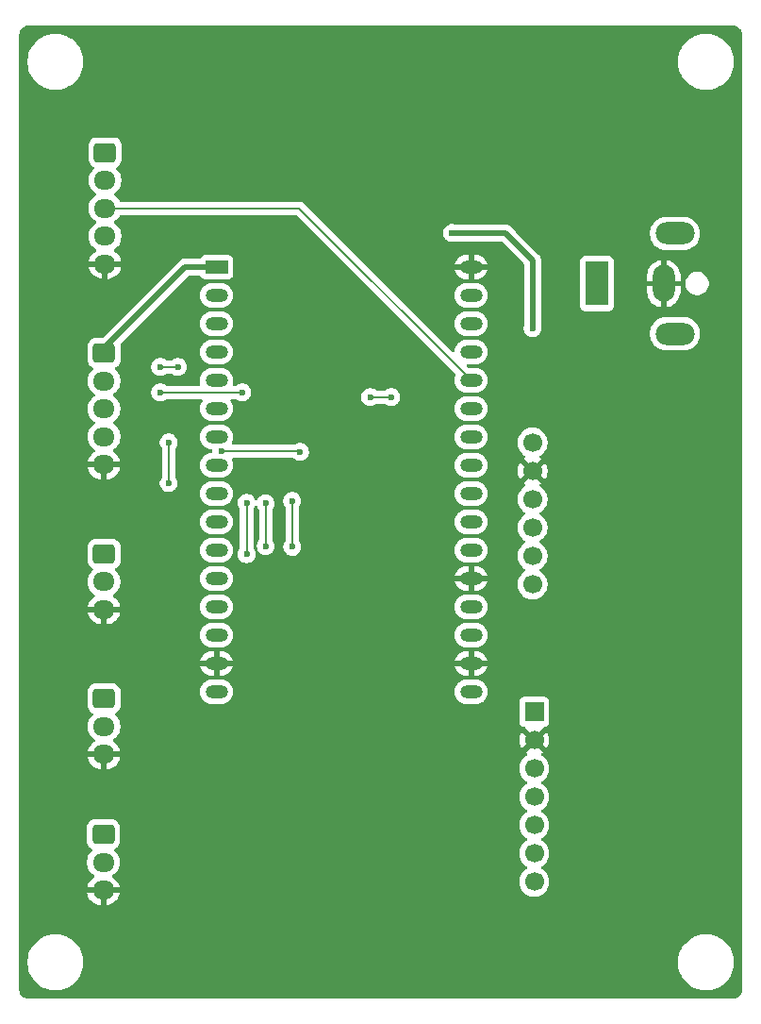
<source format=gbl>
%TF.GenerationSoftware,KiCad,Pcbnew,9.0.7*%
%TF.CreationDate,2026-02-19T22:53:12-05:00*%
%TF.ProjectId,ESP32-Adapter,45535033-322d-4416-9461-707465722e6b,rev?*%
%TF.SameCoordinates,Original*%
%TF.FileFunction,Copper,L2,Bot*%
%TF.FilePolarity,Positive*%
%FSLAX46Y46*%
G04 Gerber Fmt 4.6, Leading zero omitted, Abs format (unit mm)*
G04 Created by KiCad (PCBNEW 9.0.7) date 2026-02-19 22:53:12*
%MOMM*%
%LPD*%
G01*
G04 APERTURE LIST*
G04 Aperture macros list*
%AMRoundRect*
0 Rectangle with rounded corners*
0 $1 Rounding radius*
0 $2 $3 $4 $5 $6 $7 $8 $9 X,Y pos of 4 corners*
0 Add a 4 corners polygon primitive as box body*
4,1,4,$2,$3,$4,$5,$6,$7,$8,$9,$2,$3,0*
0 Add four circle primitives for the rounded corners*
1,1,$1+$1,$2,$3*
1,1,$1+$1,$4,$5*
1,1,$1+$1,$6,$7*
1,1,$1+$1,$8,$9*
0 Add four rect primitives between the rounded corners*
20,1,$1+$1,$2,$3,$4,$5,0*
20,1,$1+$1,$4,$5,$6,$7,0*
20,1,$1+$1,$6,$7,$8,$9,0*
20,1,$1+$1,$8,$9,$2,$3,0*%
G04 Aperture macros list end*
%TA.AperFunction,ComponentPad*%
%ADD10C,1.700000*%
%TD*%
%TA.AperFunction,ComponentPad*%
%ADD11RoundRect,0.250000X-0.725000X0.600000X-0.725000X-0.600000X0.725000X-0.600000X0.725000X0.600000X0*%
%TD*%
%TA.AperFunction,ComponentPad*%
%ADD12O,1.950000X1.700000*%
%TD*%
%TA.AperFunction,ComponentPad*%
%ADD13R,1.700000X1.700000*%
%TD*%
%TA.AperFunction,ComponentPad*%
%ADD14R,2.000000X1.200000*%
%TD*%
%TA.AperFunction,ComponentPad*%
%ADD15O,2.000000X1.200000*%
%TD*%
%TA.AperFunction,ComponentPad*%
%ADD16R,2.000000X4.000000*%
%TD*%
%TA.AperFunction,ComponentPad*%
%ADD17O,2.000000X3.300000*%
%TD*%
%TA.AperFunction,ComponentPad*%
%ADD18O,3.500000X2.000000*%
%TD*%
%TA.AperFunction,ViaPad*%
%ADD19C,0.600000*%
%TD*%
%TA.AperFunction,Conductor*%
%ADD20C,0.200000*%
%TD*%
%TA.AperFunction,Conductor*%
%ADD21C,0.500000*%
%TD*%
%TA.AperFunction,Conductor*%
%ADD22C,0.203200*%
%TD*%
G04 APERTURE END LIST*
D10*
%TO.P,U4,1,VCC*%
%TO.N,+3.3V*%
X123610900Y-68600000D03*
%TO.P,U4,2,GND*%
%TO.N,GND*%
X123610900Y-71140000D03*
%TO.P,U4,3,SCL*%
%TO.N,/I2C SCL*%
X123610900Y-73680000D03*
%TO.P,U4,4,SDA*%
%TO.N,/I2C SDA*%
X123610900Y-76220000D03*
%TO.P,U4,5,VIN-*%
%TO.N,unconnected-(U4-VIN--Pad5)*%
X123610900Y-78760000D03*
%TO.P,U4,6,VIN+*%
%TO.N,unconnected-(U4-VIN+-Pad6)*%
X123610900Y-81300000D03*
%TD*%
D11*
%TO.P,Analog 1,1,Pin_1*%
%TO.N,+3.3V*%
X85130900Y-78570000D03*
D12*
%TO.P,Analog 1,2,Pin_2*%
%TO.N,/SIG1*%
X85130900Y-81070000D03*
%TO.P,Analog 1,3,Pin_3*%
%TO.N,GND*%
X85130900Y-83570000D03*
%TD*%
D11*
%TO.P,WS2812 LED,1,Pin_1*%
%TO.N,+3.3V*%
X85070900Y-103750000D03*
D12*
%TO.P,WS2812 LED,2,Pin_2*%
%TO.N,/WS2812*%
X85070900Y-106250000D03*
%TO.P,WS2812 LED,3,Pin_3*%
%TO.N,GND*%
X85070900Y-108750000D03*
%TD*%
D13*
%TO.P,U3,1,Vcc*%
%TO.N,+3.3V*%
X123760900Y-92750000D03*
D10*
%TO.P,U3,2,GND*%
%TO.N,GND*%
X123760900Y-95290000D03*
%TO.P,U3,3,RX*%
%TO.N,/CAN RX*%
X123760900Y-97830000D03*
%TO.P,U3,4,TX*%
%TO.N,/CAN TX*%
X123760900Y-100370000D03*
%TO.P,U3,5,SLNT*%
%TO.N,unconnected-(U3-SLNT-Pad5)*%
X123760900Y-102910000D03*
%TO.P,U3,6,CANH*%
%TO.N,unconnected-(U3-CANH-Pad6)*%
X123760900Y-105450000D03*
%TO.P,U3,7,CANL*%
%TO.N,unconnected-(U3-CANL-Pad7)*%
X123760900Y-107990000D03*
%TD*%
D11*
%TO.P,Encoder 1,1,Pin_1*%
%TO.N,+3.3V*%
X85130900Y-60570000D03*
D12*
%TO.P,Encoder 1,2,Pin_2*%
%TO.N,/B1*%
X85130900Y-63070000D03*
%TO.P,Encoder 1,3,Pin_3*%
%TO.N,/A1*%
X85130900Y-65570000D03*
%TO.P,Encoder 1,4,Pin_4*%
%TO.N,/IDX1*%
X85130900Y-68070000D03*
%TO.P,Encoder 1,5,Pin_5*%
%TO.N,GND*%
X85130900Y-70570000D03*
%TD*%
D14*
%TO.P,U1,1,3V3*%
%TO.N,+3.3V*%
X95237700Y-52850320D03*
D15*
%TO.P,U1,2,EN/RESET*%
%TO.N,unconnected-(U1-EN{slash}RESET-Pad2)*%
X95237700Y-55390320D03*
%TO.P,U1,3,GPIO2/MTMS*%
%TO.N,/SIG2*%
X95237700Y-57930320D03*
%TO.P,U1,4,GPIO3/MTDI*%
%TO.N,/B2*%
X95237700Y-60470320D03*
%TO.P,U1,5,GPIO4/MTCK*%
%TO.N,/CAN TX*%
X95237700Y-63010320D03*
%TO.P,U1,6,GPIO5/MTDO*%
%TO.N,/CAN RX*%
X95237700Y-65550320D03*
%TO.P,U1,7,GPIO0*%
%TO.N,/WS2812*%
X95237700Y-68090320D03*
%TO.P,U1,8,GPIO1*%
%TO.N,/SIG1*%
X95237700Y-70630320D03*
%TO.P,U1,9,GPIO27*%
%TO.N,unconnected-(U1-GPIO27-Pad9)*%
X95237700Y-73170320D03*
%TO.P,U1,10,GPIO6*%
%TO.N,/I2C SDA*%
X95237700Y-75710320D03*
%TO.P,U1,11,GPIO7*%
%TO.N,/I2C SCL*%
X95237700Y-78250320D03*
%TO.P,U1,12,GPIO26*%
%TO.N,unconnected-(U1-GPIO26-Pad12)*%
X95237700Y-80790320D03*
%TO.P,U1,13,GPIO25*%
%TO.N,unconnected-(U1-GPIO25-Pad13)*%
X95237700Y-83330320D03*
%TO.P,U1,14,5V*%
%TO.N,unconnected-(U1-5V-Pad14)*%
X95237700Y-85870320D03*
%TO.P,U1,15,GND*%
%TO.N,GND*%
X95237700Y-88410320D03*
%TO.P,U1,16,NC*%
%TO.N,unconnected-(U1-NC-Pad16)*%
X95237700Y-90950320D03*
%TO.P,U1,17,NC*%
%TO.N,unconnected-(U1-NC-Pad17)*%
X118097700Y-90950320D03*
%TO.P,U1,18,GND*%
%TO.N,GND*%
X118097700Y-88410320D03*
%TO.P,U1,19,GPIO13/USB_D-*%
%TO.N,unconnected-(U1-GPIO13{slash}USB_D--Pad19)*%
X118097700Y-85870320D03*
%TO.P,U1,20,GPIO14/USB_D+*%
%TO.N,unconnected-(U1-GPIO14{slash}USB_D+-Pad20)*%
X118097700Y-83330320D03*
%TO.P,U1,21,GND*%
%TO.N,GND*%
X118097700Y-80790320D03*
%TO.P,U1,22,GPIO28*%
%TO.N,unconnected-(U1-GPIO28-Pad22)*%
X118097700Y-78250320D03*
%TO.P,U1,23,NC*%
%TO.N,unconnected-(U1-NC-Pad23)*%
X118097700Y-75710320D03*
%TO.P,U1,24,GPIO8*%
%TO.N,/IDX1*%
X118097700Y-73170320D03*
%TO.P,U1,25,GPIO9*%
%TO.N,/IDX2*%
X118097700Y-70630320D03*
%TO.P,U1,26,GPIO10*%
%TO.N,/A1*%
X118097700Y-68090320D03*
%TO.P,U1,27,GPIO15*%
%TO.N,unconnected-(U1-GPIO15-Pad27)*%
X118097700Y-65550320D03*
%TO.P,U1,28,GPIO23*%
%TO.N,/A2*%
X118097700Y-63010320D03*
%TO.P,U1,29,GPIO24*%
%TO.N,/B1*%
X118097700Y-60470320D03*
%TO.P,U1,30,GPIO12/U0RXD*%
%TO.N,unconnected-(U1-GPIO12{slash}U0RXD-Pad30)*%
X118097700Y-57930320D03*
%TO.P,U1,31,GPIO11/U0TXD*%
%TO.N,unconnected-(U1-GPIO11{slash}U0TXD-Pad31)*%
X118097700Y-55390320D03*
%TO.P,U1,32,GND*%
%TO.N,GND*%
X118097700Y-52850320D03*
%TD*%
D11*
%TO.P,Encoder 2,1,Pin_1*%
%TO.N,+3.3V*%
X85230900Y-42570000D03*
D12*
%TO.P,Encoder 2,2,Pin_2*%
%TO.N,/B2*%
X85230900Y-45070000D03*
%TO.P,Encoder 2,3,Pin_3*%
%TO.N,/A2*%
X85230900Y-47570000D03*
%TO.P,Encoder 2,4,Pin_4*%
%TO.N,/IDX2*%
X85230900Y-50070000D03*
%TO.P,Encoder 2,5,Pin_5*%
%TO.N,GND*%
X85230900Y-52570000D03*
%TD*%
D11*
%TO.P,Analog 2,1,Pin_1*%
%TO.N,+3.3V*%
X85130900Y-91570000D03*
D12*
%TO.P,Analog 2,2,Pin_2*%
%TO.N,/SIG2*%
X85130900Y-94070000D03*
%TO.P,Analog 2,3,Pin_3*%
%TO.N,GND*%
X85130900Y-96570000D03*
%TD*%
D16*
%TO.P,J10,1*%
%TO.N,Net-(U2-VI)*%
X129390900Y-54330000D03*
D17*
%TO.P,J10,2*%
%TO.N,GND*%
X135390900Y-54330000D03*
D18*
%TO.P,J10,MP*%
%TO.N,N/C*%
X136390900Y-58830000D03*
X136390900Y-49830000D03*
%TD*%
D19*
%TO.N,GND*%
X91570900Y-59600000D03*
X125750900Y-55510000D03*
X92850900Y-72740000D03*
%TO.N,/SIG2*%
X90940900Y-68580000D03*
X90940900Y-72240000D03*
%TO.N,+3.3V*%
X116370900Y-49800000D03*
X123610900Y-58328591D03*
%TO.N,/IDX1*%
X95663744Y-69367156D03*
X102730900Y-69430000D03*
%TO.N,/A1*%
X97540900Y-64090000D03*
X90170900Y-64090000D03*
%TO.N,/B1*%
X91770900Y-61800000D03*
X109034691Y-64516209D03*
X110910900Y-64520000D03*
X90170900Y-61800000D03*
%TO.N,/CAN TX*%
X102030900Y-77950000D03*
X102030900Y-73820000D03*
%TO.N,/CAN RX*%
X99640900Y-74048400D03*
X99640900Y-77871600D03*
%TO.N,/WS2812*%
X97940900Y-73990000D03*
X97940900Y-78620000D03*
%TD*%
D20*
%TO.N,/SIG2*%
X90940900Y-68580000D02*
X90940900Y-72240000D01*
D21*
%TO.N,+3.3V*%
X116370900Y-49800000D02*
X121170900Y-49800000D01*
X92430580Y-52850320D02*
X95237700Y-52850320D01*
X121170900Y-49800000D02*
X123610900Y-52240000D01*
X85130900Y-60150000D02*
X92430580Y-52850320D01*
X123610900Y-52240000D02*
X123610900Y-58328591D01*
X85130900Y-60570000D02*
X85130900Y-60150000D01*
D22*
%TO.N,/A2*%
X102657380Y-47570000D02*
X85230900Y-47570000D01*
X118097700Y-63010320D02*
X102657380Y-47570000D01*
%TO.N,/IDX1*%
X102668056Y-69367156D02*
X102730900Y-69430000D01*
X95663744Y-69367156D02*
X102668056Y-69367156D01*
D20*
%TO.N,/A1*%
X118097700Y-68090320D02*
X118007380Y-68000000D01*
D22*
X90170900Y-64090000D02*
X97540900Y-64090000D01*
%TO.N,/B1*%
X110907109Y-64516209D02*
X110910900Y-64520000D01*
X90170900Y-61875000D02*
X90245900Y-61800000D01*
X90245900Y-61800000D02*
X91770900Y-61800000D01*
X109034691Y-64516209D02*
X110907109Y-64516209D01*
%TO.N,/CAN TX*%
X102030900Y-73820000D02*
X102030900Y-77950000D01*
%TO.N,/CAN RX*%
X99640900Y-74048400D02*
X99640900Y-77871600D01*
%TO.N,/WS2812*%
X97940900Y-73990000D02*
X97940900Y-78620000D01*
%TD*%
%TA.AperFunction,Conductor*%
%TO.N,GND*%
G36*
X141670961Y-31195097D02*
G01*
X141801310Y-31207935D01*
X141825146Y-31212677D01*
X141944630Y-31248923D01*
X141967083Y-31258223D01*
X142077199Y-31317080D01*
X142097407Y-31330583D01*
X142193921Y-31409790D01*
X142211109Y-31426978D01*
X142290316Y-31523492D01*
X142303822Y-31543705D01*
X142362675Y-31653813D01*
X142371976Y-31676269D01*
X142408222Y-31795753D01*
X142412965Y-31819595D01*
X142425803Y-31949938D01*
X142426400Y-31962092D01*
X142426400Y-117697907D01*
X142425803Y-117710061D01*
X142412965Y-117840404D01*
X142408222Y-117864246D01*
X142371976Y-117983730D01*
X142362675Y-118006186D01*
X142303822Y-118116294D01*
X142290316Y-118136507D01*
X142211109Y-118233021D01*
X142193921Y-118250209D01*
X142097407Y-118329416D01*
X142077194Y-118342922D01*
X141967086Y-118401775D01*
X141944630Y-118411076D01*
X141825146Y-118447322D01*
X141801304Y-118452065D01*
X141670961Y-118464903D01*
X141658807Y-118465500D01*
X78292993Y-118465500D01*
X78280839Y-118464903D01*
X78150495Y-118452065D01*
X78126653Y-118447322D01*
X78007169Y-118411076D01*
X77984713Y-118401775D01*
X77925054Y-118369887D01*
X77874602Y-118342920D01*
X77854392Y-118329416D01*
X77757878Y-118250209D01*
X77740690Y-118233021D01*
X77661483Y-118136507D01*
X77647980Y-118116299D01*
X77589123Y-118006183D01*
X77579823Y-117983730D01*
X77543577Y-117864246D01*
X77538835Y-117840410D01*
X77525997Y-117710061D01*
X77525400Y-117697907D01*
X77525400Y-115079345D01*
X78266400Y-115079345D01*
X78266400Y-115360654D01*
X78297894Y-115640167D01*
X78297896Y-115640183D01*
X78360490Y-115914424D01*
X78453399Y-116179944D01*
X78575447Y-116433380D01*
X78575449Y-116433383D01*
X78725110Y-116671566D01*
X78900497Y-116891494D01*
X79099406Y-117090403D01*
X79319334Y-117265790D01*
X79557517Y-117415451D01*
X79810959Y-117537502D01*
X80076473Y-117630409D01*
X80350720Y-117693004D01*
X80630245Y-117724499D01*
X80630246Y-117724500D01*
X80630250Y-117724500D01*
X80911554Y-117724500D01*
X80911554Y-117724499D01*
X81191080Y-117693004D01*
X81465327Y-117630409D01*
X81730841Y-117537502D01*
X81984283Y-117415451D01*
X82222466Y-117265790D01*
X82442394Y-117090403D01*
X82641303Y-116891494D01*
X82816690Y-116671566D01*
X82966351Y-116433383D01*
X83088402Y-116179941D01*
X83181309Y-115914427D01*
X83243904Y-115640180D01*
X83275400Y-115360650D01*
X83275400Y-115079350D01*
X83275399Y-115079345D01*
X136676400Y-115079345D01*
X136676400Y-115360654D01*
X136707894Y-115640167D01*
X136707896Y-115640183D01*
X136770490Y-115914424D01*
X136863399Y-116179944D01*
X136985447Y-116433380D01*
X136985449Y-116433383D01*
X137135110Y-116671566D01*
X137310497Y-116891494D01*
X137509406Y-117090403D01*
X137729334Y-117265790D01*
X137967517Y-117415451D01*
X138220959Y-117537502D01*
X138486473Y-117630409D01*
X138760720Y-117693004D01*
X139040245Y-117724499D01*
X139040246Y-117724500D01*
X139040250Y-117724500D01*
X139321554Y-117724500D01*
X139321554Y-117724499D01*
X139601080Y-117693004D01*
X139875327Y-117630409D01*
X140140841Y-117537502D01*
X140394283Y-117415451D01*
X140632466Y-117265790D01*
X140852394Y-117090403D01*
X141051303Y-116891494D01*
X141226690Y-116671566D01*
X141376351Y-116433383D01*
X141498402Y-116179941D01*
X141591309Y-115914427D01*
X141653904Y-115640180D01*
X141685400Y-115360650D01*
X141685400Y-115079350D01*
X141653904Y-114799820D01*
X141591309Y-114525573D01*
X141498402Y-114260059D01*
X141376351Y-114006617D01*
X141226690Y-113768434D01*
X141051303Y-113548506D01*
X140852394Y-113349597D01*
X140632466Y-113174210D01*
X140394283Y-113024549D01*
X140394280Y-113024547D01*
X140140844Y-112902499D01*
X139875324Y-112809590D01*
X139601083Y-112746996D01*
X139601067Y-112746994D01*
X139321554Y-112715500D01*
X139321550Y-112715500D01*
X139040250Y-112715500D01*
X139040246Y-112715500D01*
X138760732Y-112746994D01*
X138760716Y-112746996D01*
X138486475Y-112809590D01*
X138220955Y-112902499D01*
X137967519Y-113024547D01*
X137729335Y-113174209D01*
X137509406Y-113349596D01*
X137310496Y-113548506D01*
X137135109Y-113768435D01*
X136985447Y-114006619D01*
X136863399Y-114260055D01*
X136770490Y-114525575D01*
X136707896Y-114799816D01*
X136707894Y-114799832D01*
X136676400Y-115079345D01*
X83275399Y-115079345D01*
X83243904Y-114799820D01*
X83181309Y-114525573D01*
X83088402Y-114260059D01*
X82966351Y-114006617D01*
X82816690Y-113768434D01*
X82641303Y-113548506D01*
X82442394Y-113349597D01*
X82222466Y-113174210D01*
X81984283Y-113024549D01*
X81984280Y-113024547D01*
X81730844Y-112902499D01*
X81465324Y-112809590D01*
X81191083Y-112746996D01*
X81191067Y-112746994D01*
X80911554Y-112715500D01*
X80911550Y-112715500D01*
X80630250Y-112715500D01*
X80630246Y-112715500D01*
X80350732Y-112746994D01*
X80350716Y-112746996D01*
X80076475Y-112809590D01*
X79810955Y-112902499D01*
X79557519Y-113024547D01*
X79319335Y-113174209D01*
X79099406Y-113349596D01*
X78900496Y-113548506D01*
X78725109Y-113768435D01*
X78575447Y-114006619D01*
X78453399Y-114260055D01*
X78360490Y-114525575D01*
X78297896Y-114799816D01*
X78297894Y-114799832D01*
X78266400Y-115079345D01*
X77525400Y-115079345D01*
X77525400Y-103099983D01*
X83595400Y-103099983D01*
X83595400Y-104400001D01*
X83595401Y-104400018D01*
X83605900Y-104502796D01*
X83605901Y-104502799D01*
X83661085Y-104669331D01*
X83661087Y-104669336D01*
X83753189Y-104818657D01*
X83877244Y-104942712D01*
X84032020Y-105038178D01*
X84078745Y-105090126D01*
X84089968Y-105159088D01*
X84062124Y-105223171D01*
X84054606Y-105231398D01*
X83915789Y-105370215D01*
X83790851Y-105542179D01*
X83694344Y-105731585D01*
X83628653Y-105933760D01*
X83595400Y-106143713D01*
X83595400Y-106356286D01*
X83615011Y-106480109D01*
X83628654Y-106566243D01*
X83684605Y-106738443D01*
X83694344Y-106768414D01*
X83790851Y-106957820D01*
X83915790Y-107129786D01*
X84066109Y-107280105D01*
X84066114Y-107280109D01*
X84231118Y-107399991D01*
X84273784Y-107455320D01*
X84279763Y-107524934D01*
X84247158Y-107586729D01*
X84231118Y-107600627D01*
X84066440Y-107720272D01*
X84066435Y-107720276D01*
X83916176Y-107870535D01*
X83916172Y-107870540D01*
X83791279Y-108042442D01*
X83694804Y-108231782D01*
X83629142Y-108433870D01*
X83629142Y-108433873D01*
X83618669Y-108500000D01*
X84666754Y-108500000D01*
X84628270Y-108566657D01*
X84595900Y-108687465D01*
X84595900Y-108812535D01*
X84628270Y-108933343D01*
X84666754Y-109000000D01*
X83618669Y-109000000D01*
X83629142Y-109066126D01*
X83629142Y-109066129D01*
X83694804Y-109268217D01*
X83791279Y-109457557D01*
X83916172Y-109629459D01*
X83916176Y-109629464D01*
X84066435Y-109779723D01*
X84066440Y-109779727D01*
X84238342Y-109904620D01*
X84427682Y-110001095D01*
X84629772Y-110066757D01*
X84820900Y-110097029D01*
X84820900Y-109154145D01*
X84887557Y-109192630D01*
X85008365Y-109225000D01*
X85133435Y-109225000D01*
X85254243Y-109192630D01*
X85320900Y-109154145D01*
X85320900Y-110097028D01*
X85512027Y-110066757D01*
X85714117Y-110001095D01*
X85903457Y-109904620D01*
X86075359Y-109779727D01*
X86075364Y-109779723D01*
X86225623Y-109629464D01*
X86225627Y-109629459D01*
X86350520Y-109457557D01*
X86446995Y-109268217D01*
X86512657Y-109066129D01*
X86512657Y-109066126D01*
X86523131Y-109000000D01*
X85475046Y-109000000D01*
X85513530Y-108933343D01*
X85545900Y-108812535D01*
X85545900Y-108687465D01*
X85513530Y-108566657D01*
X85475046Y-108500000D01*
X86523131Y-108500000D01*
X86512657Y-108433873D01*
X86512657Y-108433870D01*
X86446995Y-108231782D01*
X86350520Y-108042442D01*
X86225627Y-107870540D01*
X86225623Y-107870535D01*
X86075364Y-107720276D01*
X86075359Y-107720272D01*
X85910681Y-107600627D01*
X85868015Y-107545297D01*
X85862036Y-107475684D01*
X85894641Y-107413889D01*
X85910676Y-107399994D01*
X86075692Y-107280104D01*
X86226004Y-107129792D01*
X86226006Y-107129788D01*
X86226009Y-107129786D01*
X86350948Y-106957820D01*
X86350947Y-106957820D01*
X86350951Y-106957816D01*
X86447457Y-106768412D01*
X86513146Y-106566243D01*
X86546400Y-106356287D01*
X86546400Y-106143713D01*
X86513146Y-105933757D01*
X86447457Y-105731588D01*
X86350951Y-105542184D01*
X86350949Y-105542181D01*
X86350948Y-105542179D01*
X86226009Y-105370213D01*
X86087194Y-105231398D01*
X86053709Y-105170075D01*
X86058693Y-105100383D01*
X86100565Y-105044450D01*
X86109779Y-105038178D01*
X86115231Y-105034814D01*
X86115234Y-105034814D01*
X86264556Y-104942712D01*
X86388612Y-104818656D01*
X86480714Y-104669334D01*
X86535899Y-104502797D01*
X86546400Y-104400009D01*
X86546399Y-103099992D01*
X86535899Y-102997203D01*
X86480714Y-102830666D01*
X86388612Y-102681344D01*
X86264556Y-102557288D01*
X86115234Y-102465186D01*
X85948697Y-102410001D01*
X85948695Y-102410000D01*
X85845910Y-102399500D01*
X84295898Y-102399500D01*
X84295881Y-102399501D01*
X84193103Y-102410000D01*
X84193100Y-102410001D01*
X84026568Y-102465185D01*
X84026563Y-102465187D01*
X83877242Y-102557289D01*
X83753189Y-102681342D01*
X83661087Y-102830663D01*
X83661086Y-102830666D01*
X83605901Y-102997203D01*
X83605901Y-102997204D01*
X83605900Y-102997204D01*
X83595400Y-103099983D01*
X77525400Y-103099983D01*
X77525400Y-90919983D01*
X83655400Y-90919983D01*
X83655400Y-92220001D01*
X83655401Y-92220018D01*
X83665900Y-92322796D01*
X83665901Y-92322799D01*
X83721085Y-92489331D01*
X83721087Y-92489336D01*
X83813189Y-92638657D01*
X83937244Y-92762712D01*
X84092020Y-92858178D01*
X84138745Y-92910126D01*
X84149968Y-92979088D01*
X84122124Y-93043171D01*
X84114606Y-93051398D01*
X83975789Y-93190215D01*
X83850851Y-93362179D01*
X83754344Y-93551585D01*
X83688653Y-93753760D01*
X83656377Y-93957544D01*
X83655400Y-93963713D01*
X83655400Y-94176287D01*
X83688654Y-94386243D01*
X83752405Y-94582449D01*
X83754344Y-94588414D01*
X83850851Y-94777820D01*
X83975790Y-94949786D01*
X84126109Y-95100105D01*
X84126114Y-95100109D01*
X84291118Y-95219991D01*
X84333784Y-95275320D01*
X84339763Y-95344934D01*
X84307158Y-95406729D01*
X84291118Y-95420627D01*
X84126440Y-95540272D01*
X84126435Y-95540276D01*
X83976176Y-95690535D01*
X83976172Y-95690540D01*
X83851279Y-95862442D01*
X83754804Y-96051782D01*
X83689142Y-96253870D01*
X83689142Y-96253873D01*
X83678669Y-96320000D01*
X84726754Y-96320000D01*
X84688270Y-96386657D01*
X84655900Y-96507465D01*
X84655900Y-96632535D01*
X84688270Y-96753343D01*
X84726754Y-96820000D01*
X83678669Y-96820000D01*
X83689142Y-96886126D01*
X83689142Y-96886129D01*
X83754804Y-97088217D01*
X83851279Y-97277557D01*
X83976172Y-97449459D01*
X83976176Y-97449464D01*
X84126435Y-97599723D01*
X84126440Y-97599727D01*
X84298342Y-97724620D01*
X84487682Y-97821095D01*
X84689772Y-97886757D01*
X84880900Y-97917029D01*
X84880900Y-96974145D01*
X84947557Y-97012630D01*
X85068365Y-97045000D01*
X85193435Y-97045000D01*
X85314243Y-97012630D01*
X85380900Y-96974145D01*
X85380900Y-97917028D01*
X85572027Y-97886757D01*
X85774117Y-97821095D01*
X85963457Y-97724620D01*
X86109490Y-97618523D01*
X86135359Y-97599727D01*
X86135364Y-97599723D01*
X86285623Y-97449464D01*
X86285627Y-97449459D01*
X86410520Y-97277557D01*
X86506995Y-97088217D01*
X86572657Y-96886129D01*
X86572657Y-96886126D01*
X86583131Y-96820000D01*
X85535046Y-96820000D01*
X85573530Y-96753343D01*
X85605900Y-96632535D01*
X85605900Y-96507465D01*
X85573530Y-96386657D01*
X85535046Y-96320000D01*
X86583131Y-96320000D01*
X86572657Y-96253873D01*
X86572657Y-96253870D01*
X86506995Y-96051782D01*
X86410520Y-95862442D01*
X86285627Y-95690540D01*
X86285623Y-95690535D01*
X86135364Y-95540276D01*
X86135359Y-95540272D01*
X85970681Y-95420627D01*
X85954044Y-95399052D01*
X85934766Y-95379795D01*
X85933019Y-95371786D01*
X85928015Y-95365297D01*
X85925683Y-95338152D01*
X85919877Y-95311530D01*
X85922737Y-95303848D01*
X85922036Y-95295684D01*
X85934749Y-95271588D01*
X85944258Y-95246053D01*
X85952525Y-95237897D01*
X85954641Y-95233889D01*
X85969201Y-95221082D01*
X85969901Y-95220556D01*
X86135692Y-95100104D01*
X86286004Y-94949792D01*
X86286006Y-94949788D01*
X86286009Y-94949786D01*
X86410948Y-94777820D01*
X86410947Y-94777820D01*
X86410951Y-94777816D01*
X86507457Y-94588412D01*
X86573146Y-94386243D01*
X86606400Y-94176287D01*
X86606400Y-93963713D01*
X86573146Y-93753757D01*
X86507457Y-93551588D01*
X86410951Y-93362184D01*
X86410949Y-93362181D01*
X86410948Y-93362179D01*
X86286009Y-93190213D01*
X86147194Y-93051398D01*
X86113709Y-92990075D01*
X86118693Y-92920383D01*
X86160565Y-92864450D01*
X86169779Y-92858178D01*
X86175231Y-92854814D01*
X86175234Y-92854814D01*
X86324556Y-92762712D01*
X86448612Y-92638656D01*
X86540714Y-92489334D01*
X86595899Y-92322797D01*
X86606400Y-92220009D01*
X86606399Y-90919992D01*
X86600650Y-90863709D01*
X93737200Y-90863709D01*
X93737200Y-91036931D01*
X93764298Y-91208021D01*
X93817827Y-91372765D01*
X93896468Y-91527108D01*
X93998286Y-91667248D01*
X94120772Y-91789734D01*
X94260912Y-91891552D01*
X94415255Y-91970193D01*
X94579999Y-92023722D01*
X94751089Y-92050820D01*
X94751090Y-92050820D01*
X95724310Y-92050820D01*
X95724311Y-92050820D01*
X95895401Y-92023722D01*
X96060145Y-91970193D01*
X96214488Y-91891552D01*
X96354628Y-91789734D01*
X96477114Y-91667248D01*
X96578932Y-91527108D01*
X96657573Y-91372765D01*
X96711102Y-91208021D01*
X96738200Y-91036931D01*
X96738200Y-90863709D01*
X116597200Y-90863709D01*
X116597200Y-91036931D01*
X116624298Y-91208021D01*
X116677827Y-91372765D01*
X116756468Y-91527108D01*
X116858286Y-91667248D01*
X116980772Y-91789734D01*
X117120912Y-91891552D01*
X117275255Y-91970193D01*
X117439999Y-92023722D01*
X117611089Y-92050820D01*
X117611090Y-92050820D01*
X118584310Y-92050820D01*
X118584311Y-92050820D01*
X118755401Y-92023722D01*
X118920145Y-91970193D01*
X119074488Y-91891552D01*
X119128741Y-91852135D01*
X122410400Y-91852135D01*
X122410400Y-93647870D01*
X122410401Y-93647876D01*
X122416808Y-93707483D01*
X122467102Y-93842328D01*
X122467106Y-93842335D01*
X122553352Y-93957544D01*
X122553355Y-93957547D01*
X122668564Y-94043793D01*
X122668571Y-94043797D01*
X122713518Y-94060561D01*
X122803417Y-94094091D01*
X122863027Y-94100500D01*
X122873585Y-94100499D01*
X122940623Y-94120179D01*
X122961272Y-94136818D01*
X123631491Y-94807037D01*
X123567907Y-94824075D01*
X123453893Y-94889901D01*
X123360801Y-94982993D01*
X123294975Y-95097007D01*
X123277937Y-95160591D01*
X122645628Y-94528282D01*
X122645627Y-94528282D01*
X122606280Y-94582439D01*
X122509804Y-94771782D01*
X122444142Y-94973869D01*
X122444142Y-94973872D01*
X122410900Y-95183753D01*
X122410900Y-95396246D01*
X122444142Y-95606127D01*
X122444142Y-95606130D01*
X122509804Y-95808217D01*
X122606275Y-95997550D01*
X122645628Y-96051716D01*
X123277937Y-95419408D01*
X123294975Y-95482993D01*
X123360801Y-95597007D01*
X123453893Y-95690099D01*
X123567907Y-95755925D01*
X123631490Y-95772962D01*
X122999182Y-96405269D01*
X122999182Y-96405270D01*
X123053352Y-96444626D01*
X123053351Y-96444626D01*
X123062395Y-96449234D01*
X123113192Y-96497208D01*
X123129987Y-96565029D01*
X123107450Y-96631164D01*
X123062399Y-96670202D01*
X123053082Y-96674949D01*
X122881113Y-96799890D01*
X122730790Y-96950213D01*
X122605851Y-97122179D01*
X122509344Y-97311585D01*
X122443653Y-97513760D01*
X122410400Y-97723713D01*
X122410400Y-97936286D01*
X122443653Y-98146239D01*
X122509344Y-98348414D01*
X122605851Y-98537820D01*
X122730790Y-98709786D01*
X122881113Y-98860109D01*
X123053082Y-98985050D01*
X123061846Y-98989516D01*
X123112642Y-99037491D01*
X123129436Y-99105312D01*
X123106898Y-99171447D01*
X123061846Y-99210484D01*
X123053082Y-99214949D01*
X122881113Y-99339890D01*
X122730790Y-99490213D01*
X122605851Y-99662179D01*
X122509344Y-99851585D01*
X122443653Y-100053760D01*
X122410400Y-100263713D01*
X122410400Y-100476286D01*
X122443653Y-100686239D01*
X122509344Y-100888414D01*
X122605851Y-101077820D01*
X122730790Y-101249786D01*
X122881113Y-101400109D01*
X123053082Y-101525050D01*
X123061846Y-101529516D01*
X123112642Y-101577491D01*
X123129436Y-101645312D01*
X123106898Y-101711447D01*
X123061846Y-101750484D01*
X123053082Y-101754949D01*
X122881113Y-101879890D01*
X122730790Y-102030213D01*
X122605851Y-102202179D01*
X122509344Y-102391585D01*
X122443653Y-102593760D01*
X122410400Y-102803713D01*
X122410400Y-103016286D01*
X122443653Y-103226239D01*
X122509344Y-103428414D01*
X122605851Y-103617820D01*
X122730790Y-103789786D01*
X122881113Y-103940109D01*
X123053082Y-104065050D01*
X123061846Y-104069516D01*
X123112642Y-104117491D01*
X123129436Y-104185312D01*
X123106898Y-104251447D01*
X123061846Y-104290484D01*
X123053082Y-104294949D01*
X122881113Y-104419890D01*
X122730790Y-104570213D01*
X122605851Y-104742179D01*
X122509344Y-104931585D01*
X122443653Y-105133760D01*
X122410400Y-105343713D01*
X122410400Y-105556286D01*
X122443653Y-105766239D01*
X122509344Y-105968414D01*
X122605851Y-106157820D01*
X122730790Y-106329786D01*
X122881113Y-106480109D01*
X123053082Y-106605050D01*
X123061846Y-106609516D01*
X123112642Y-106657491D01*
X123129436Y-106725312D01*
X123106898Y-106791447D01*
X123061846Y-106830484D01*
X123053082Y-106834949D01*
X122881113Y-106959890D01*
X122730790Y-107110213D01*
X122605851Y-107282179D01*
X122509344Y-107471585D01*
X122443653Y-107673760D01*
X122410400Y-107883713D01*
X122410400Y-108096286D01*
X122443653Y-108306239D01*
X122509344Y-108508414D01*
X122605851Y-108697820D01*
X122730790Y-108869786D01*
X122881113Y-109020109D01*
X123053079Y-109145048D01*
X123053081Y-109145049D01*
X123053084Y-109145051D01*
X123242488Y-109241557D01*
X123444657Y-109307246D01*
X123654613Y-109340500D01*
X123654614Y-109340500D01*
X123867186Y-109340500D01*
X123867187Y-109340500D01*
X124077143Y-109307246D01*
X124279312Y-109241557D01*
X124468716Y-109145051D01*
X124611027Y-109041657D01*
X124640686Y-109020109D01*
X124640688Y-109020106D01*
X124640692Y-109020104D01*
X124791004Y-108869792D01*
X124791006Y-108869788D01*
X124791009Y-108869786D01*
X124915948Y-108697820D01*
X124915947Y-108697820D01*
X124915951Y-108697816D01*
X125012457Y-108508412D01*
X125078146Y-108306243D01*
X125111400Y-108096287D01*
X125111400Y-107883713D01*
X125078146Y-107673757D01*
X125012457Y-107471588D01*
X124915951Y-107282184D01*
X124915949Y-107282181D01*
X124915948Y-107282179D01*
X124791009Y-107110213D01*
X124640686Y-106959890D01*
X124468720Y-106834951D01*
X124468015Y-106834591D01*
X124459954Y-106830485D01*
X124409159Y-106782512D01*
X124392363Y-106714692D01*
X124414899Y-106648556D01*
X124459954Y-106609515D01*
X124468716Y-106605051D01*
X124522137Y-106566239D01*
X124640686Y-106480109D01*
X124640688Y-106480106D01*
X124640692Y-106480104D01*
X124791004Y-106329792D01*
X124791006Y-106329788D01*
X124791009Y-106329786D01*
X124915948Y-106157820D01*
X124915947Y-106157820D01*
X124915951Y-106157816D01*
X125012457Y-105968412D01*
X125078146Y-105766243D01*
X125111400Y-105556287D01*
X125111400Y-105343713D01*
X125078146Y-105133757D01*
X125012457Y-104931588D01*
X124915951Y-104742184D01*
X124915949Y-104742181D01*
X124915948Y-104742179D01*
X124791009Y-104570213D01*
X124640686Y-104419890D01*
X124468720Y-104294951D01*
X124468015Y-104294591D01*
X124459954Y-104290485D01*
X124409159Y-104242512D01*
X124392363Y-104174692D01*
X124414899Y-104108556D01*
X124459954Y-104069515D01*
X124468716Y-104065051D01*
X124490689Y-104049086D01*
X124640686Y-103940109D01*
X124640688Y-103940106D01*
X124640692Y-103940104D01*
X124791004Y-103789792D01*
X124791006Y-103789788D01*
X124791009Y-103789786D01*
X124915948Y-103617820D01*
X124915947Y-103617820D01*
X124915951Y-103617816D01*
X125012457Y-103428412D01*
X125078146Y-103226243D01*
X125111400Y-103016287D01*
X125111400Y-102803713D01*
X125078146Y-102593757D01*
X125012457Y-102391588D01*
X124915951Y-102202184D01*
X124915949Y-102202181D01*
X124915948Y-102202179D01*
X124791009Y-102030213D01*
X124640686Y-101879890D01*
X124468720Y-101754951D01*
X124468015Y-101754591D01*
X124459954Y-101750485D01*
X124409159Y-101702512D01*
X124392363Y-101634692D01*
X124414899Y-101568556D01*
X124459954Y-101529515D01*
X124468716Y-101525051D01*
X124490689Y-101509086D01*
X124640686Y-101400109D01*
X124640688Y-101400106D01*
X124640692Y-101400104D01*
X124791004Y-101249792D01*
X124791006Y-101249788D01*
X124791009Y-101249786D01*
X124915948Y-101077820D01*
X124915947Y-101077820D01*
X124915951Y-101077816D01*
X125012457Y-100888412D01*
X125078146Y-100686243D01*
X125111400Y-100476287D01*
X125111400Y-100263713D01*
X125078146Y-100053757D01*
X125012457Y-99851588D01*
X124915951Y-99662184D01*
X124915949Y-99662181D01*
X124915948Y-99662179D01*
X124791009Y-99490213D01*
X124640686Y-99339890D01*
X124468720Y-99214951D01*
X124468015Y-99214591D01*
X124459954Y-99210485D01*
X124409159Y-99162512D01*
X124392363Y-99094692D01*
X124414899Y-99028556D01*
X124459954Y-98989515D01*
X124468716Y-98985051D01*
X124490689Y-98969086D01*
X124640686Y-98860109D01*
X124640688Y-98860106D01*
X124640692Y-98860104D01*
X124791004Y-98709792D01*
X124791006Y-98709788D01*
X124791009Y-98709786D01*
X124915948Y-98537820D01*
X124915947Y-98537820D01*
X124915951Y-98537816D01*
X125012457Y-98348412D01*
X125078146Y-98146243D01*
X125111400Y-97936287D01*
X125111400Y-97723713D01*
X125078146Y-97513757D01*
X125012457Y-97311588D01*
X124915951Y-97122184D01*
X124915949Y-97122181D01*
X124915948Y-97122179D01*
X124791009Y-96950213D01*
X124640686Y-96799890D01*
X124468717Y-96674949D01*
X124459404Y-96670204D01*
X124408607Y-96622230D01*
X124391812Y-96554409D01*
X124414349Y-96488274D01*
X124459407Y-96449232D01*
X124468455Y-96444622D01*
X124522616Y-96405270D01*
X124522617Y-96405270D01*
X123890308Y-95772962D01*
X123953893Y-95755925D01*
X124067907Y-95690099D01*
X124160999Y-95597007D01*
X124226825Y-95482993D01*
X124243862Y-95419409D01*
X124876170Y-96051717D01*
X124876170Y-96051716D01*
X124915522Y-95997554D01*
X125011995Y-95808217D01*
X125077657Y-95606130D01*
X125077657Y-95606127D01*
X125110900Y-95396246D01*
X125110900Y-95183753D01*
X125077657Y-94973872D01*
X125077657Y-94973869D01*
X125011995Y-94771782D01*
X124915524Y-94582449D01*
X124876170Y-94528282D01*
X124876169Y-94528282D01*
X124243862Y-95160590D01*
X124226825Y-95097007D01*
X124160999Y-94982993D01*
X124067907Y-94889901D01*
X123953893Y-94824075D01*
X123890309Y-94807037D01*
X124560527Y-94136818D01*
X124621850Y-94103333D01*
X124648207Y-94100499D01*
X124658772Y-94100499D01*
X124718383Y-94094091D01*
X124853231Y-94043796D01*
X124968446Y-93957546D01*
X125054696Y-93842331D01*
X125104991Y-93707483D01*
X125111400Y-93647873D01*
X125111399Y-91852128D01*
X125104991Y-91792517D01*
X125058269Y-91667250D01*
X125054697Y-91657671D01*
X125054693Y-91657664D01*
X124968447Y-91542455D01*
X124968444Y-91542452D01*
X124853235Y-91456206D01*
X124853228Y-91456202D01*
X124718382Y-91405908D01*
X124718383Y-91405908D01*
X124658783Y-91399501D01*
X124658781Y-91399500D01*
X124658773Y-91399500D01*
X124658764Y-91399500D01*
X122863029Y-91399500D01*
X122863023Y-91399501D01*
X122803416Y-91405908D01*
X122668571Y-91456202D01*
X122668564Y-91456206D01*
X122553355Y-91542452D01*
X122553352Y-91542455D01*
X122467106Y-91657664D01*
X122467102Y-91657671D01*
X122416808Y-91792517D01*
X122410401Y-91852116D01*
X122410401Y-91852123D01*
X122410400Y-91852135D01*
X119128741Y-91852135D01*
X119214628Y-91789734D01*
X119337114Y-91667248D01*
X119438932Y-91527108D01*
X119517573Y-91372765D01*
X119571102Y-91208021D01*
X119598200Y-91036931D01*
X119598200Y-90863709D01*
X119571102Y-90692619D01*
X119517573Y-90527875D01*
X119438932Y-90373532D01*
X119337114Y-90233392D01*
X119214628Y-90110906D01*
X119074488Y-90009088D01*
X118920145Y-89930447D01*
X118755401Y-89876918D01*
X118755399Y-89876917D01*
X118755398Y-89876917D01*
X118623971Y-89856101D01*
X118584311Y-89849820D01*
X117611089Y-89849820D01*
X117571428Y-89856101D01*
X117440002Y-89876917D01*
X117275252Y-89930448D01*
X117120911Y-90009088D01*
X117040956Y-90067179D01*
X116980772Y-90110906D01*
X116980770Y-90110908D01*
X116980769Y-90110908D01*
X116858288Y-90233389D01*
X116858288Y-90233390D01*
X116858286Y-90233392D01*
X116820656Y-90285185D01*
X116756468Y-90373531D01*
X116677828Y-90527872D01*
X116624297Y-90692622D01*
X116604566Y-90817200D01*
X116597200Y-90863709D01*
X96738200Y-90863709D01*
X96711102Y-90692619D01*
X96657573Y-90527875D01*
X96578932Y-90373532D01*
X96477114Y-90233392D01*
X96354628Y-90110906D01*
X96214488Y-90009088D01*
X96060145Y-89930447D01*
X95895401Y-89876918D01*
X95895399Y-89876917D01*
X95895398Y-89876917D01*
X95763971Y-89856101D01*
X95724311Y-89849820D01*
X94751089Y-89849820D01*
X94711428Y-89856101D01*
X94580002Y-89876917D01*
X94415252Y-89930448D01*
X94260911Y-90009088D01*
X94180956Y-90067179D01*
X94120772Y-90110906D01*
X94120770Y-90110908D01*
X94120769Y-90110908D01*
X93998288Y-90233389D01*
X93998288Y-90233390D01*
X93998286Y-90233392D01*
X93960656Y-90285185D01*
X93896468Y-90373531D01*
X93817828Y-90527872D01*
X93764297Y-90692622D01*
X93744566Y-90817200D01*
X93737200Y-90863709D01*
X86600650Y-90863709D01*
X86595899Y-90817203D01*
X86540714Y-90650666D01*
X86448612Y-90501344D01*
X86324556Y-90377288D01*
X86175234Y-90285186D01*
X86008697Y-90230001D01*
X86008695Y-90230000D01*
X85905910Y-90219500D01*
X84355898Y-90219500D01*
X84355881Y-90219501D01*
X84253103Y-90230000D01*
X84253100Y-90230001D01*
X84086568Y-90285185D01*
X84086563Y-90285187D01*
X83937242Y-90377289D01*
X83813189Y-90501342D01*
X83721087Y-90650663D01*
X83721086Y-90650666D01*
X83665901Y-90817203D01*
X83665901Y-90817204D01*
X83665900Y-90817204D01*
X83655400Y-90919983D01*
X77525400Y-90919983D01*
X77525400Y-88160319D01*
X93763584Y-88160319D01*
X93763585Y-88160320D01*
X94922014Y-88160320D01*
X94917620Y-88164714D01*
X94864959Y-88255926D01*
X94837700Y-88357659D01*
X94837700Y-88462981D01*
X94864959Y-88564714D01*
X94917620Y-88655926D01*
X94922014Y-88660320D01*
X93763585Y-88660320D01*
X93764785Y-88667904D01*
X93818291Y-88832575D01*
X93896895Y-88986844D01*
X93998667Y-89126922D01*
X94121097Y-89249352D01*
X94261175Y-89351124D01*
X94415442Y-89429728D01*
X94580115Y-89483234D01*
X94751129Y-89510320D01*
X94987700Y-89510320D01*
X94987700Y-88726006D01*
X94992094Y-88730400D01*
X95083306Y-88783061D01*
X95185039Y-88810320D01*
X95290361Y-88810320D01*
X95392094Y-88783061D01*
X95483306Y-88730400D01*
X95487700Y-88726006D01*
X95487700Y-89510320D01*
X95724271Y-89510320D01*
X95895284Y-89483234D01*
X96059957Y-89429728D01*
X96214224Y-89351124D01*
X96354302Y-89249352D01*
X96476732Y-89126922D01*
X96578504Y-88986844D01*
X96657108Y-88832575D01*
X96710614Y-88667904D01*
X96711815Y-88660320D01*
X95553386Y-88660320D01*
X95557780Y-88655926D01*
X95610441Y-88564714D01*
X95637700Y-88462981D01*
X95637700Y-88357659D01*
X95610441Y-88255926D01*
X95557780Y-88164714D01*
X95553386Y-88160320D01*
X96711815Y-88160320D01*
X96711815Y-88160319D01*
X116623584Y-88160319D01*
X116623585Y-88160320D01*
X117782014Y-88160320D01*
X117777620Y-88164714D01*
X117724959Y-88255926D01*
X117697700Y-88357659D01*
X117697700Y-88462981D01*
X117724959Y-88564714D01*
X117777620Y-88655926D01*
X117782014Y-88660320D01*
X116623585Y-88660320D01*
X116624785Y-88667904D01*
X116678291Y-88832575D01*
X116756895Y-88986844D01*
X116858667Y-89126922D01*
X116981097Y-89249352D01*
X117121175Y-89351124D01*
X117275442Y-89429728D01*
X117440115Y-89483234D01*
X117611129Y-89510320D01*
X117847700Y-89510320D01*
X117847700Y-88726006D01*
X117852094Y-88730400D01*
X117943306Y-88783061D01*
X118045039Y-88810320D01*
X118150361Y-88810320D01*
X118252094Y-88783061D01*
X118343306Y-88730400D01*
X118347700Y-88726006D01*
X118347700Y-89510320D01*
X118584271Y-89510320D01*
X118755284Y-89483234D01*
X118919957Y-89429728D01*
X119074224Y-89351124D01*
X119214302Y-89249352D01*
X119336732Y-89126922D01*
X119438504Y-88986844D01*
X119517108Y-88832575D01*
X119570614Y-88667904D01*
X119571815Y-88660320D01*
X118413386Y-88660320D01*
X118417780Y-88655926D01*
X118470441Y-88564714D01*
X118497700Y-88462981D01*
X118497700Y-88357659D01*
X118470441Y-88255926D01*
X118417780Y-88164714D01*
X118413386Y-88160320D01*
X119571815Y-88160320D01*
X119571815Y-88160319D01*
X119570614Y-88152735D01*
X119517108Y-87988064D01*
X119438504Y-87833795D01*
X119336732Y-87693717D01*
X119214302Y-87571287D01*
X119074224Y-87469515D01*
X118919957Y-87390911D01*
X118755284Y-87337405D01*
X118584271Y-87310320D01*
X118347700Y-87310320D01*
X118347700Y-88094634D01*
X118343306Y-88090240D01*
X118252094Y-88037579D01*
X118150361Y-88010320D01*
X118045039Y-88010320D01*
X117943306Y-88037579D01*
X117852094Y-88090240D01*
X117847700Y-88094634D01*
X117847700Y-87310320D01*
X117611129Y-87310320D01*
X117440115Y-87337405D01*
X117275442Y-87390911D01*
X117121175Y-87469515D01*
X116981097Y-87571287D01*
X116858667Y-87693717D01*
X116756895Y-87833795D01*
X116678291Y-87988064D01*
X116624785Y-88152735D01*
X116623584Y-88160319D01*
X96711815Y-88160319D01*
X96710614Y-88152735D01*
X96657108Y-87988064D01*
X96578504Y-87833795D01*
X96476732Y-87693717D01*
X96354302Y-87571287D01*
X96214224Y-87469515D01*
X96059957Y-87390911D01*
X95895284Y-87337405D01*
X95724271Y-87310320D01*
X95487700Y-87310320D01*
X95487700Y-88094634D01*
X95483306Y-88090240D01*
X95392094Y-88037579D01*
X95290361Y-88010320D01*
X95185039Y-88010320D01*
X95083306Y-88037579D01*
X94992094Y-88090240D01*
X94987700Y-88094634D01*
X94987700Y-87310320D01*
X94751129Y-87310320D01*
X94580115Y-87337405D01*
X94415442Y-87390911D01*
X94261175Y-87469515D01*
X94121097Y-87571287D01*
X93998667Y-87693717D01*
X93896895Y-87833795D01*
X93818291Y-87988064D01*
X93764785Y-88152735D01*
X93763584Y-88160319D01*
X77525400Y-88160319D01*
X77525400Y-85783709D01*
X93737200Y-85783709D01*
X93737200Y-85956931D01*
X93764298Y-86128021D01*
X93817827Y-86292765D01*
X93896468Y-86447108D01*
X93998286Y-86587248D01*
X94120772Y-86709734D01*
X94260912Y-86811552D01*
X94415255Y-86890193D01*
X94579999Y-86943722D01*
X94751089Y-86970820D01*
X94751090Y-86970820D01*
X95724310Y-86970820D01*
X95724311Y-86970820D01*
X95895401Y-86943722D01*
X96060145Y-86890193D01*
X96214488Y-86811552D01*
X96354628Y-86709734D01*
X96477114Y-86587248D01*
X96578932Y-86447108D01*
X96657573Y-86292765D01*
X96711102Y-86128021D01*
X96738200Y-85956931D01*
X96738200Y-85783709D01*
X116597200Y-85783709D01*
X116597200Y-85956931D01*
X116624298Y-86128021D01*
X116677827Y-86292765D01*
X116756468Y-86447108D01*
X116858286Y-86587248D01*
X116980772Y-86709734D01*
X117120912Y-86811552D01*
X117275255Y-86890193D01*
X117439999Y-86943722D01*
X117611089Y-86970820D01*
X117611090Y-86970820D01*
X118584310Y-86970820D01*
X118584311Y-86970820D01*
X118755401Y-86943722D01*
X118920145Y-86890193D01*
X119074488Y-86811552D01*
X119214628Y-86709734D01*
X119337114Y-86587248D01*
X119438932Y-86447108D01*
X119517573Y-86292765D01*
X119571102Y-86128021D01*
X119598200Y-85956931D01*
X119598200Y-85783709D01*
X119571102Y-85612619D01*
X119517573Y-85447875D01*
X119438932Y-85293532D01*
X119337114Y-85153392D01*
X119214628Y-85030906D01*
X119074488Y-84929088D01*
X118920145Y-84850447D01*
X118755401Y-84796918D01*
X118755399Y-84796917D01*
X118755398Y-84796917D01*
X118623971Y-84776101D01*
X118584311Y-84769820D01*
X117611089Y-84769820D01*
X117571428Y-84776101D01*
X117440002Y-84796917D01*
X117275252Y-84850448D01*
X117120911Y-84929088D01*
X117040956Y-84987179D01*
X116980772Y-85030906D01*
X116980770Y-85030908D01*
X116980769Y-85030908D01*
X116858288Y-85153389D01*
X116858288Y-85153390D01*
X116858286Y-85153392D01*
X116814559Y-85213576D01*
X116756468Y-85293531D01*
X116677828Y-85447872D01*
X116624297Y-85612622D01*
X116597200Y-85783709D01*
X96738200Y-85783709D01*
X96711102Y-85612619D01*
X96657573Y-85447875D01*
X96578932Y-85293532D01*
X96477114Y-85153392D01*
X96354628Y-85030906D01*
X96214488Y-84929088D01*
X96060145Y-84850447D01*
X95895401Y-84796918D01*
X95895399Y-84796917D01*
X95895398Y-84796917D01*
X95763971Y-84776101D01*
X95724311Y-84769820D01*
X94751089Y-84769820D01*
X94711428Y-84776101D01*
X94580002Y-84796917D01*
X94415252Y-84850448D01*
X94260911Y-84929088D01*
X94180956Y-84987179D01*
X94120772Y-85030906D01*
X94120770Y-85030908D01*
X94120769Y-85030908D01*
X93998288Y-85153389D01*
X93998288Y-85153390D01*
X93998286Y-85153392D01*
X93954559Y-85213576D01*
X93896468Y-85293531D01*
X93817828Y-85447872D01*
X93764297Y-85612622D01*
X93737200Y-85783709D01*
X77525400Y-85783709D01*
X77525400Y-77919983D01*
X83655400Y-77919983D01*
X83655400Y-79220001D01*
X83655401Y-79220018D01*
X83665900Y-79322796D01*
X83665901Y-79322799D01*
X83721085Y-79489331D01*
X83721087Y-79489336D01*
X83813189Y-79638657D01*
X83937244Y-79762712D01*
X84092020Y-79858178D01*
X84138745Y-79910126D01*
X84149968Y-79979088D01*
X84122124Y-80043171D01*
X84114606Y-80051398D01*
X83975789Y-80190215D01*
X83850851Y-80362179D01*
X83754344Y-80551585D01*
X83754343Y-80551587D01*
X83754343Y-80551588D01*
X83739659Y-80596780D01*
X83688653Y-80753760D01*
X83684246Y-80781585D01*
X83655400Y-80963713D01*
X83655400Y-81176287D01*
X83688654Y-81386243D01*
X83727971Y-81507249D01*
X83754344Y-81588414D01*
X83850851Y-81777820D01*
X83975790Y-81949786D01*
X84126109Y-82100105D01*
X84126114Y-82100109D01*
X84291118Y-82219991D01*
X84333784Y-82275320D01*
X84339763Y-82344934D01*
X84307158Y-82406729D01*
X84291118Y-82420627D01*
X84126440Y-82540272D01*
X84126435Y-82540276D01*
X83976176Y-82690535D01*
X83976172Y-82690540D01*
X83851279Y-82862442D01*
X83754804Y-83051782D01*
X83689142Y-83253870D01*
X83689142Y-83253873D01*
X83678669Y-83320000D01*
X84726754Y-83320000D01*
X84688270Y-83386657D01*
X84655900Y-83507465D01*
X84655900Y-83632535D01*
X84688270Y-83753343D01*
X84726754Y-83820000D01*
X83678669Y-83820000D01*
X83689142Y-83886126D01*
X83689142Y-83886129D01*
X83754804Y-84088217D01*
X83851279Y-84277557D01*
X83976172Y-84449459D01*
X83976176Y-84449464D01*
X84126435Y-84599723D01*
X84126440Y-84599727D01*
X84298342Y-84724620D01*
X84487682Y-84821095D01*
X84689772Y-84886757D01*
X84880900Y-84917029D01*
X84880900Y-83974145D01*
X84947557Y-84012630D01*
X85068365Y-84045000D01*
X85193435Y-84045000D01*
X85314243Y-84012630D01*
X85380900Y-83974145D01*
X85380900Y-84917028D01*
X85572027Y-84886757D01*
X85774117Y-84821095D01*
X85963457Y-84724620D01*
X86135359Y-84599727D01*
X86135364Y-84599723D01*
X86285623Y-84449464D01*
X86285627Y-84449459D01*
X86410520Y-84277557D01*
X86506995Y-84088217D01*
X86572657Y-83886129D01*
X86572657Y-83886126D01*
X86583131Y-83820000D01*
X85535046Y-83820000D01*
X85573530Y-83753343D01*
X85605900Y-83632535D01*
X85605900Y-83507465D01*
X85573530Y-83386657D01*
X85535046Y-83320000D01*
X86583131Y-83320000D01*
X86573350Y-83258243D01*
X86573349Y-83258239D01*
X86572656Y-83253869D01*
X86569355Y-83243709D01*
X93737200Y-83243709D01*
X93737200Y-83416930D01*
X93764297Y-83588017D01*
X93817828Y-83752767D01*
X93852085Y-83820000D01*
X93896468Y-83907108D01*
X93998286Y-84047248D01*
X94120772Y-84169734D01*
X94260912Y-84271552D01*
X94415255Y-84350193D01*
X94579999Y-84403722D01*
X94751089Y-84430820D01*
X94751090Y-84430820D01*
X95724310Y-84430820D01*
X95724311Y-84430820D01*
X95895401Y-84403722D01*
X96060145Y-84350193D01*
X96214488Y-84271552D01*
X96354628Y-84169734D01*
X96477114Y-84047248D01*
X96578932Y-83907108D01*
X96657573Y-83752765D01*
X96711102Y-83588021D01*
X96738200Y-83416931D01*
X96738200Y-83243709D01*
X116597200Y-83243709D01*
X116597200Y-83416930D01*
X116624297Y-83588017D01*
X116677828Y-83752767D01*
X116712085Y-83820000D01*
X116756468Y-83907108D01*
X116858286Y-84047248D01*
X116980772Y-84169734D01*
X117120912Y-84271552D01*
X117275255Y-84350193D01*
X117439999Y-84403722D01*
X117611089Y-84430820D01*
X117611090Y-84430820D01*
X118584310Y-84430820D01*
X118584311Y-84430820D01*
X118755401Y-84403722D01*
X118920145Y-84350193D01*
X119074488Y-84271552D01*
X119214628Y-84169734D01*
X119337114Y-84047248D01*
X119438932Y-83907108D01*
X119517573Y-83752765D01*
X119571102Y-83588021D01*
X119598200Y-83416931D01*
X119598200Y-83243709D01*
X119571102Y-83072619D01*
X119517573Y-82907875D01*
X119438932Y-82753532D01*
X119337114Y-82613392D01*
X119214628Y-82490906D01*
X119074488Y-82389088D01*
X118920145Y-82310447D01*
X118755401Y-82256918D01*
X118755399Y-82256917D01*
X118755398Y-82256917D01*
X118623971Y-82236101D01*
X118584311Y-82229820D01*
X117611089Y-82229820D01*
X117571428Y-82236101D01*
X117440002Y-82256917D01*
X117439999Y-82256918D01*
X117320691Y-82295684D01*
X117275252Y-82310448D01*
X117120911Y-82389088D01*
X117096631Y-82406729D01*
X116980772Y-82490906D01*
X116980770Y-82490908D01*
X116980769Y-82490908D01*
X116858288Y-82613389D01*
X116858288Y-82613390D01*
X116858286Y-82613392D01*
X116814559Y-82673576D01*
X116756468Y-82753531D01*
X116677828Y-82907872D01*
X116624297Y-83072622D01*
X116597200Y-83243709D01*
X96738200Y-83243709D01*
X96711102Y-83072619D01*
X96657573Y-82907875D01*
X96578932Y-82753532D01*
X96477114Y-82613392D01*
X96354628Y-82490906D01*
X96214488Y-82389088D01*
X96060145Y-82310447D01*
X95895401Y-82256918D01*
X95895399Y-82256917D01*
X95895398Y-82256917D01*
X95763971Y-82236101D01*
X95724311Y-82229820D01*
X94751089Y-82229820D01*
X94711428Y-82236101D01*
X94580002Y-82256917D01*
X94579999Y-82256918D01*
X94460691Y-82295684D01*
X94415252Y-82310448D01*
X94260911Y-82389088D01*
X94236631Y-82406729D01*
X94120772Y-82490906D01*
X94120770Y-82490908D01*
X94120769Y-82490908D01*
X93998288Y-82613389D01*
X93998288Y-82613390D01*
X93998286Y-82613392D01*
X93954559Y-82673576D01*
X93896468Y-82753531D01*
X93817828Y-82907872D01*
X93764297Y-83072622D01*
X93737200Y-83243709D01*
X86569355Y-83243709D01*
X86506995Y-83051782D01*
X86410520Y-82862442D01*
X86285627Y-82690540D01*
X86285623Y-82690535D01*
X86135364Y-82540276D01*
X86135359Y-82540272D01*
X85970681Y-82420627D01*
X85928015Y-82365297D01*
X85922036Y-82295684D01*
X85954641Y-82233889D01*
X85970676Y-82219994D01*
X86135692Y-82100104D01*
X86286004Y-81949792D01*
X86286006Y-81949788D01*
X86286009Y-81949786D01*
X86410948Y-81777820D01*
X86410947Y-81777820D01*
X86410951Y-81777816D01*
X86507457Y-81588412D01*
X86573146Y-81386243D01*
X86606400Y-81176287D01*
X86606400Y-80963713D01*
X86573146Y-80753757D01*
X86556884Y-80703709D01*
X93737200Y-80703709D01*
X93737200Y-80876930D01*
X93754119Y-80983757D01*
X93764298Y-81048021D01*
X93817827Y-81212765D01*
X93896468Y-81367108D01*
X93998286Y-81507248D01*
X94120772Y-81629734D01*
X94260912Y-81731552D01*
X94415255Y-81810193D01*
X94579999Y-81863722D01*
X94751089Y-81890820D01*
X94751090Y-81890820D01*
X95724310Y-81890820D01*
X95724311Y-81890820D01*
X95895401Y-81863722D01*
X96060145Y-81810193D01*
X96214488Y-81731552D01*
X96354628Y-81629734D01*
X96477114Y-81507248D01*
X96578932Y-81367108D01*
X96657573Y-81212765D01*
X96711102Y-81048021D01*
X96721281Y-80983757D01*
X96738200Y-80876931D01*
X96738200Y-80703708D01*
X96721265Y-80596782D01*
X96721265Y-80596780D01*
X96714106Y-80551585D01*
X96712322Y-80540319D01*
X116623584Y-80540319D01*
X116623585Y-80540320D01*
X117782014Y-80540320D01*
X117777620Y-80544714D01*
X117724959Y-80635926D01*
X117697700Y-80737659D01*
X117697700Y-80842981D01*
X117724959Y-80944714D01*
X117777620Y-81035926D01*
X117782014Y-81040320D01*
X116623585Y-81040320D01*
X116624785Y-81047904D01*
X116678291Y-81212575D01*
X116756895Y-81366844D01*
X116858667Y-81506922D01*
X116981097Y-81629352D01*
X117121175Y-81731124D01*
X117275442Y-81809728D01*
X117440115Y-81863234D01*
X117611129Y-81890320D01*
X117847700Y-81890320D01*
X117847700Y-81106006D01*
X117852094Y-81110400D01*
X117943306Y-81163061D01*
X118045039Y-81190320D01*
X118150361Y-81190320D01*
X118252094Y-81163061D01*
X118343306Y-81110400D01*
X118347700Y-81106006D01*
X118347700Y-81890320D01*
X118584271Y-81890320D01*
X118755284Y-81863234D01*
X118919957Y-81809728D01*
X119074224Y-81731124D01*
X119214302Y-81629352D01*
X119336732Y-81506922D01*
X119438504Y-81366844D01*
X119517108Y-81212575D01*
X119570614Y-81047904D01*
X119571815Y-81040320D01*
X118413386Y-81040320D01*
X118417780Y-81035926D01*
X118470441Y-80944714D01*
X118497700Y-80842981D01*
X118497700Y-80737659D01*
X118470441Y-80635926D01*
X118417780Y-80544714D01*
X118413386Y-80540320D01*
X119571815Y-80540320D01*
X119571815Y-80540319D01*
X119570614Y-80532735D01*
X119517108Y-80368064D01*
X119438504Y-80213795D01*
X119336732Y-80073717D01*
X119214302Y-79951287D01*
X119074224Y-79849515D01*
X118919957Y-79770911D01*
X118755284Y-79717405D01*
X118584271Y-79690320D01*
X118347700Y-79690320D01*
X118347700Y-80474634D01*
X118343306Y-80470240D01*
X118252094Y-80417579D01*
X118150361Y-80390320D01*
X118045039Y-80390320D01*
X117943306Y-80417579D01*
X117852094Y-80470240D01*
X117847700Y-80474634D01*
X117847700Y-79690320D01*
X117611129Y-79690320D01*
X117440115Y-79717405D01*
X117275442Y-79770911D01*
X117121175Y-79849515D01*
X116981097Y-79951287D01*
X116858667Y-80073717D01*
X116756895Y-80213795D01*
X116678291Y-80368064D01*
X116624785Y-80532735D01*
X116623584Y-80540319D01*
X96712322Y-80540319D01*
X96711102Y-80532619D01*
X96657573Y-80367875D01*
X96578932Y-80213532D01*
X96477114Y-80073392D01*
X96354628Y-79950906D01*
X96214488Y-79849088D01*
X96060145Y-79770447D01*
X95895401Y-79716918D01*
X95895399Y-79716917D01*
X95895398Y-79716917D01*
X95763971Y-79696101D01*
X95724311Y-79689820D01*
X94751089Y-79689820D01*
X94711428Y-79696101D01*
X94580002Y-79716917D01*
X94415252Y-79770448D01*
X94260911Y-79849088D01*
X94180956Y-79907179D01*
X94120772Y-79950906D01*
X94120770Y-79950908D01*
X94120769Y-79950908D01*
X93998288Y-80073389D01*
X93998288Y-80073390D01*
X93998286Y-80073392D01*
X93977903Y-80101447D01*
X93896468Y-80213531D01*
X93817828Y-80367872D01*
X93764297Y-80532622D01*
X93737200Y-80703709D01*
X86556884Y-80703709D01*
X86507457Y-80551588D01*
X86410951Y-80362184D01*
X86410949Y-80362181D01*
X86410948Y-80362179D01*
X86286009Y-80190213D01*
X86147194Y-80051398D01*
X86113709Y-79990075D01*
X86118693Y-79920383D01*
X86160565Y-79864450D01*
X86169779Y-79858178D01*
X86175231Y-79854814D01*
X86175234Y-79854814D01*
X86324556Y-79762712D01*
X86448612Y-79638656D01*
X86540714Y-79489334D01*
X86595899Y-79322797D01*
X86606400Y-79220009D01*
X86606399Y-78163709D01*
X93737200Y-78163709D01*
X93737200Y-78336931D01*
X93744321Y-78381889D01*
X93761980Y-78493389D01*
X93764298Y-78508021D01*
X93817827Y-78672765D01*
X93896468Y-78827108D01*
X93998286Y-78967248D01*
X94120772Y-79089734D01*
X94260912Y-79191552D01*
X94415255Y-79270193D01*
X94579999Y-79323722D01*
X94751089Y-79350820D01*
X94751090Y-79350820D01*
X95724310Y-79350820D01*
X95724311Y-79350820D01*
X95895401Y-79323722D01*
X96060145Y-79270193D01*
X96214488Y-79191552D01*
X96354628Y-79089734D01*
X96477114Y-78967248D01*
X96578932Y-78827108D01*
X96657573Y-78672765D01*
X96711102Y-78508021D01*
X96738200Y-78336931D01*
X96738200Y-78163709D01*
X96711102Y-77992619D01*
X96657573Y-77827875D01*
X96578932Y-77673532D01*
X96477114Y-77533392D01*
X96354628Y-77410906D01*
X96214488Y-77309088D01*
X96060145Y-77230447D01*
X95895401Y-77176918D01*
X95895399Y-77176917D01*
X95895398Y-77176917D01*
X95763971Y-77156101D01*
X95724311Y-77149820D01*
X94751089Y-77149820D01*
X94711428Y-77156101D01*
X94580002Y-77176917D01*
X94415252Y-77230448D01*
X94260911Y-77309088D01*
X94189094Y-77361267D01*
X94120772Y-77410906D01*
X94120770Y-77410908D01*
X94120769Y-77410908D01*
X93998288Y-77533389D01*
X93998288Y-77533390D01*
X93998286Y-77533392D01*
X93977903Y-77561447D01*
X93896468Y-77673531D01*
X93817828Y-77827872D01*
X93764297Y-77992622D01*
X93745759Y-78109667D01*
X93737200Y-78163709D01*
X86606399Y-78163709D01*
X86606399Y-77919992D01*
X86595899Y-77817203D01*
X86540714Y-77650666D01*
X86448612Y-77501344D01*
X86324556Y-77377288D01*
X86213986Y-77309088D01*
X86175236Y-77285187D01*
X86175231Y-77285185D01*
X86173762Y-77284698D01*
X86008697Y-77230001D01*
X86008695Y-77230000D01*
X85905910Y-77219500D01*
X84355898Y-77219500D01*
X84355881Y-77219501D01*
X84253103Y-77230000D01*
X84253100Y-77230001D01*
X84086568Y-77285185D01*
X84086563Y-77285187D01*
X83937242Y-77377289D01*
X83813189Y-77501342D01*
X83721087Y-77650663D01*
X83721086Y-77650666D01*
X83665901Y-77817203D01*
X83665901Y-77817204D01*
X83665900Y-77817204D01*
X83655400Y-77919983D01*
X77525400Y-77919983D01*
X77525400Y-75623709D01*
X93737200Y-75623709D01*
X93737200Y-75796930D01*
X93754119Y-75903757D01*
X93764298Y-75968021D01*
X93817827Y-76132765D01*
X93896468Y-76287108D01*
X93998286Y-76427248D01*
X94120772Y-76549734D01*
X94260912Y-76651552D01*
X94415255Y-76730193D01*
X94579999Y-76783722D01*
X94751089Y-76810820D01*
X94751090Y-76810820D01*
X95724310Y-76810820D01*
X95724311Y-76810820D01*
X95895401Y-76783722D01*
X96060145Y-76730193D01*
X96214488Y-76651552D01*
X96354628Y-76549734D01*
X96477114Y-76427248D01*
X96578932Y-76287108D01*
X96657573Y-76132765D01*
X96711102Y-75968021D01*
X96738200Y-75796931D01*
X96738200Y-75623709D01*
X96711102Y-75452619D01*
X96657573Y-75287875D01*
X96578932Y-75133532D01*
X96477114Y-74993392D01*
X96354628Y-74870906D01*
X96214488Y-74769088D01*
X96060145Y-74690447D01*
X95895401Y-74636918D01*
X95895399Y-74636917D01*
X95895398Y-74636917D01*
X95763971Y-74616101D01*
X95724311Y-74609820D01*
X94751089Y-74609820D01*
X94711428Y-74616101D01*
X94580002Y-74636917D01*
X94415252Y-74690448D01*
X94260911Y-74769088D01*
X94180956Y-74827179D01*
X94120772Y-74870906D01*
X94120770Y-74870908D01*
X94120769Y-74870908D01*
X93998288Y-74993389D01*
X93998288Y-74993390D01*
X93998286Y-74993392D01*
X93977903Y-75021447D01*
X93896468Y-75133531D01*
X93817828Y-75287872D01*
X93764297Y-75452622D01*
X93737200Y-75623709D01*
X77525400Y-75623709D01*
X77525400Y-73083709D01*
X93737200Y-73083709D01*
X93737200Y-73256930D01*
X93764074Y-73426611D01*
X93764298Y-73428021D01*
X93817827Y-73592765D01*
X93896468Y-73747108D01*
X93998286Y-73887248D01*
X94120772Y-74009734D01*
X94260912Y-74111552D01*
X94415255Y-74190193D01*
X94579999Y-74243722D01*
X94751089Y-74270820D01*
X94751090Y-74270820D01*
X95724310Y-74270820D01*
X95724311Y-74270820D01*
X95895401Y-74243722D01*
X96060145Y-74190193D01*
X96214488Y-74111552D01*
X96354628Y-74009734D01*
X96453209Y-73911153D01*
X97140400Y-73911153D01*
X97140400Y-74068846D01*
X97171161Y-74223489D01*
X97171164Y-74223501D01*
X97231502Y-74369172D01*
X97231509Y-74369185D01*
X97317902Y-74498480D01*
X97338780Y-74565157D01*
X97338800Y-74567371D01*
X97338800Y-78042628D01*
X97319115Y-78109667D01*
X97317902Y-78111519D01*
X97231509Y-78240814D01*
X97231502Y-78240827D01*
X97171164Y-78386498D01*
X97171161Y-78386510D01*
X97140400Y-78541153D01*
X97140400Y-78698846D01*
X97171161Y-78853489D01*
X97171164Y-78853501D01*
X97231502Y-78999172D01*
X97231509Y-78999185D01*
X97319110Y-79130288D01*
X97319113Y-79130292D01*
X97430607Y-79241786D01*
X97430611Y-79241789D01*
X97561714Y-79329390D01*
X97561727Y-79329397D01*
X97707398Y-79389735D01*
X97707403Y-79389737D01*
X97862053Y-79420499D01*
X97862056Y-79420500D01*
X97862058Y-79420500D01*
X98019744Y-79420500D01*
X98019745Y-79420499D01*
X98174397Y-79389737D01*
X98320079Y-79329394D01*
X98451189Y-79241789D01*
X98562689Y-79130289D01*
X98650294Y-78999179D01*
X98710637Y-78853497D01*
X98741400Y-78698842D01*
X98741400Y-78541158D01*
X98741400Y-78541155D01*
X98741399Y-78541153D01*
X98731897Y-78493386D01*
X98710637Y-78386503D01*
X98708726Y-78381889D01*
X98650297Y-78240827D01*
X98650290Y-78240814D01*
X98563898Y-78111519D01*
X98543020Y-78044841D01*
X98543000Y-78042628D01*
X98543000Y-74567371D01*
X98547555Y-74551070D01*
X98547149Y-74535564D01*
X98559581Y-74508038D01*
X98560965Y-74503086D01*
X98562617Y-74500360D01*
X98562689Y-74500289D01*
X98650294Y-74369179D01*
X98667864Y-74326758D01*
X98672770Y-74318668D01*
X98691861Y-74301229D01*
X98708084Y-74281098D01*
X98717234Y-74278052D01*
X98724357Y-74271546D01*
X98749847Y-74267196D01*
X98774378Y-74259032D01*
X98783723Y-74261417D01*
X98793232Y-74259795D01*
X98817026Y-74269917D01*
X98842077Y-74276311D01*
X98848649Y-74283369D01*
X98857526Y-74287146D01*
X98872070Y-74308524D01*
X98889688Y-74327447D01*
X98893366Y-74335501D01*
X98931502Y-74427572D01*
X98931509Y-74427585D01*
X99017902Y-74556880D01*
X99038780Y-74623557D01*
X99038800Y-74625771D01*
X99038800Y-77294228D01*
X99019115Y-77361267D01*
X99017902Y-77363119D01*
X98931509Y-77492414D01*
X98931502Y-77492427D01*
X98871164Y-77638098D01*
X98871161Y-77638110D01*
X98840400Y-77792753D01*
X98840400Y-77950446D01*
X98871161Y-78105089D01*
X98871164Y-78105101D01*
X98931502Y-78250772D01*
X98931509Y-78250785D01*
X99019110Y-78381888D01*
X99019113Y-78381892D01*
X99130607Y-78493386D01*
X99130611Y-78493389D01*
X99261714Y-78580990D01*
X99261727Y-78580997D01*
X99407398Y-78641335D01*
X99407403Y-78641337D01*
X99562053Y-78672099D01*
X99562056Y-78672100D01*
X99562058Y-78672100D01*
X99719744Y-78672100D01*
X99719745Y-78672099D01*
X99874397Y-78641337D01*
X100020079Y-78580994D01*
X100151189Y-78493389D01*
X100262689Y-78381889D01*
X100350294Y-78250779D01*
X100410637Y-78105097D01*
X100441400Y-77950442D01*
X100441400Y-77792758D01*
X100441400Y-77792755D01*
X100441399Y-77792753D01*
X100410638Y-77638110D01*
X100410637Y-77638103D01*
X100382765Y-77570814D01*
X100350297Y-77492427D01*
X100350290Y-77492414D01*
X100263898Y-77363119D01*
X100243020Y-77296441D01*
X100243000Y-77294228D01*
X100243000Y-74625771D01*
X100262685Y-74558732D01*
X100263898Y-74556880D01*
X100350290Y-74427585D01*
X100350290Y-74427584D01*
X100350294Y-74427579D01*
X100410637Y-74281897D01*
X100441400Y-74127242D01*
X100441400Y-73969558D01*
X100441400Y-73969555D01*
X100441399Y-73969553D01*
X100427334Y-73898844D01*
X100410637Y-73814903D01*
X100380089Y-73741153D01*
X101230400Y-73741153D01*
X101230400Y-73898846D01*
X101261161Y-74053489D01*
X101261164Y-74053501D01*
X101321502Y-74199172D01*
X101321509Y-74199185D01*
X101407902Y-74328480D01*
X101428780Y-74395157D01*
X101428800Y-74397371D01*
X101428800Y-77372628D01*
X101409115Y-77439667D01*
X101407902Y-77441519D01*
X101321509Y-77570814D01*
X101321502Y-77570827D01*
X101261164Y-77716498D01*
X101261161Y-77716510D01*
X101230400Y-77871153D01*
X101230400Y-78028846D01*
X101261161Y-78183489D01*
X101261164Y-78183501D01*
X101321502Y-78329172D01*
X101321509Y-78329185D01*
X101409110Y-78460288D01*
X101409113Y-78460292D01*
X101520607Y-78571786D01*
X101520611Y-78571789D01*
X101651714Y-78659390D01*
X101651727Y-78659397D01*
X101746962Y-78698844D01*
X101797403Y-78719737D01*
X101952053Y-78750499D01*
X101952056Y-78750500D01*
X101952058Y-78750500D01*
X102109744Y-78750500D01*
X102109745Y-78750499D01*
X102264397Y-78719737D01*
X102410079Y-78659394D01*
X102541189Y-78571789D01*
X102652689Y-78460289D01*
X102740294Y-78329179D01*
X102800637Y-78183497D01*
X102804573Y-78163709D01*
X116597200Y-78163709D01*
X116597200Y-78336931D01*
X116604321Y-78381889D01*
X116621980Y-78493389D01*
X116624298Y-78508021D01*
X116677827Y-78672765D01*
X116756468Y-78827108D01*
X116858286Y-78967248D01*
X116980772Y-79089734D01*
X117120912Y-79191552D01*
X117275255Y-79270193D01*
X117439999Y-79323722D01*
X117611089Y-79350820D01*
X117611090Y-79350820D01*
X118584310Y-79350820D01*
X118584311Y-79350820D01*
X118755401Y-79323722D01*
X118920145Y-79270193D01*
X119074488Y-79191552D01*
X119214628Y-79089734D01*
X119337114Y-78967248D01*
X119438932Y-78827108D01*
X119517573Y-78672765D01*
X119571102Y-78508021D01*
X119598200Y-78336931D01*
X119598200Y-78163709D01*
X119571102Y-77992619D01*
X119517573Y-77827875D01*
X119438932Y-77673532D01*
X119337114Y-77533392D01*
X119214628Y-77410906D01*
X119074488Y-77309088D01*
X118920145Y-77230447D01*
X118755401Y-77176918D01*
X118755399Y-77176917D01*
X118755398Y-77176917D01*
X118623971Y-77156101D01*
X118584311Y-77149820D01*
X117611089Y-77149820D01*
X117571428Y-77156101D01*
X117440002Y-77176917D01*
X117275252Y-77230448D01*
X117120911Y-77309088D01*
X117049094Y-77361267D01*
X116980772Y-77410906D01*
X116980770Y-77410908D01*
X116980769Y-77410908D01*
X116858288Y-77533389D01*
X116858288Y-77533390D01*
X116858286Y-77533392D01*
X116837903Y-77561447D01*
X116756468Y-77673531D01*
X116677828Y-77827872D01*
X116624297Y-77992622D01*
X116605759Y-78109667D01*
X116597200Y-78163709D01*
X102804573Y-78163709D01*
X102810355Y-78134645D01*
X102810355Y-78134644D01*
X102826758Y-78052179D01*
X102831400Y-78028842D01*
X102831400Y-77871158D01*
X102831400Y-77871155D01*
X102831399Y-77871153D01*
X102820668Y-77817204D01*
X102800637Y-77716503D01*
X102782838Y-77673531D01*
X102740297Y-77570827D01*
X102740290Y-77570814D01*
X102653898Y-77441519D01*
X102633020Y-77374841D01*
X102633000Y-77372628D01*
X102633000Y-75623709D01*
X116597200Y-75623709D01*
X116597200Y-75796930D01*
X116614119Y-75903757D01*
X116624298Y-75968021D01*
X116677827Y-76132765D01*
X116756468Y-76287108D01*
X116858286Y-76427248D01*
X116980772Y-76549734D01*
X117120912Y-76651552D01*
X117275255Y-76730193D01*
X117439999Y-76783722D01*
X117611089Y-76810820D01*
X117611090Y-76810820D01*
X118584310Y-76810820D01*
X118584311Y-76810820D01*
X118755401Y-76783722D01*
X118920145Y-76730193D01*
X119074488Y-76651552D01*
X119214628Y-76549734D01*
X119337114Y-76427248D01*
X119438932Y-76287108D01*
X119517573Y-76132765D01*
X119571102Y-75968021D01*
X119598200Y-75796931D01*
X119598200Y-75623709D01*
X119571102Y-75452619D01*
X119517573Y-75287875D01*
X119438932Y-75133532D01*
X119337114Y-74993392D01*
X119214628Y-74870906D01*
X119074488Y-74769088D01*
X118920145Y-74690447D01*
X118755401Y-74636918D01*
X118755399Y-74636917D01*
X118755398Y-74636917D01*
X118623971Y-74616101D01*
X118584311Y-74609820D01*
X117611089Y-74609820D01*
X117571428Y-74616101D01*
X117440002Y-74636917D01*
X117275252Y-74690448D01*
X117120911Y-74769088D01*
X117040956Y-74827179D01*
X116980772Y-74870906D01*
X116980770Y-74870908D01*
X116980769Y-74870908D01*
X116858288Y-74993389D01*
X116858288Y-74993390D01*
X116858286Y-74993392D01*
X116837903Y-75021447D01*
X116756468Y-75133531D01*
X116677828Y-75287872D01*
X116624297Y-75452622D01*
X116597200Y-75623709D01*
X102633000Y-75623709D01*
X102633000Y-74397371D01*
X102652685Y-74330332D01*
X102653898Y-74328480D01*
X102740290Y-74199185D01*
X102740290Y-74199184D01*
X102740294Y-74199179D01*
X102800637Y-74053497D01*
X102831400Y-73898842D01*
X102831400Y-73741158D01*
X102831400Y-73741155D01*
X102831399Y-73741153D01*
X102823790Y-73702901D01*
X102800637Y-73586503D01*
X102756401Y-73479707D01*
X102740297Y-73440827D01*
X102740290Y-73440814D01*
X102652689Y-73309711D01*
X102652686Y-73309707D01*
X102541192Y-73198213D01*
X102541188Y-73198210D01*
X102516837Y-73181939D01*
X102410085Y-73110609D01*
X102410072Y-73110602D01*
X102345146Y-73083709D01*
X116597200Y-73083709D01*
X116597200Y-73256930D01*
X116624074Y-73426611D01*
X116624298Y-73428021D01*
X116677827Y-73592765D01*
X116756468Y-73747108D01*
X116858286Y-73887248D01*
X116980772Y-74009734D01*
X117120912Y-74111552D01*
X117275255Y-74190193D01*
X117439999Y-74243722D01*
X117611089Y-74270820D01*
X117611090Y-74270820D01*
X118584310Y-74270820D01*
X118584311Y-74270820D01*
X118755401Y-74243722D01*
X118920145Y-74190193D01*
X119074488Y-74111552D01*
X119214628Y-74009734D01*
X119337114Y-73887248D01*
X119438932Y-73747108D01*
X119517573Y-73592765D01*
X119571102Y-73428021D01*
X119598200Y-73256931D01*
X119598200Y-73083709D01*
X119571102Y-72912619D01*
X119517573Y-72747875D01*
X119438932Y-72593532D01*
X119337114Y-72453392D01*
X119214628Y-72330906D01*
X119074488Y-72229088D01*
X118920145Y-72150447D01*
X118755401Y-72096918D01*
X118755399Y-72096917D01*
X118755398Y-72096917D01*
X118623971Y-72076101D01*
X118584311Y-72069820D01*
X117611089Y-72069820D01*
X117571428Y-72076101D01*
X117440002Y-72096917D01*
X117275252Y-72150448D01*
X117120911Y-72229088D01*
X117040956Y-72287179D01*
X116980772Y-72330906D01*
X116980770Y-72330908D01*
X116980769Y-72330908D01*
X116858288Y-72453389D01*
X116858288Y-72453390D01*
X116858286Y-72453392D01*
X116814559Y-72513576D01*
X116756468Y-72593531D01*
X116677828Y-72747872D01*
X116624297Y-72912622D01*
X116597200Y-73083709D01*
X102345146Y-73083709D01*
X102264401Y-73050264D01*
X102264389Y-73050261D01*
X102109745Y-73019500D01*
X102109742Y-73019500D01*
X101952058Y-73019500D01*
X101952055Y-73019500D01*
X101797410Y-73050261D01*
X101797398Y-73050264D01*
X101651727Y-73110602D01*
X101651714Y-73110609D01*
X101520611Y-73198210D01*
X101520607Y-73198213D01*
X101409113Y-73309707D01*
X101409110Y-73309711D01*
X101321509Y-73440814D01*
X101321502Y-73440827D01*
X101261164Y-73586498D01*
X101261161Y-73586510D01*
X101230400Y-73741153D01*
X100380089Y-73741153D01*
X100364245Y-73702901D01*
X100350297Y-73669227D01*
X100350290Y-73669214D01*
X100262689Y-73538111D01*
X100262686Y-73538107D01*
X100151192Y-73426613D01*
X100151188Y-73426610D01*
X100020085Y-73339009D01*
X100020072Y-73339002D01*
X99874401Y-73278664D01*
X99874389Y-73278661D01*
X99719745Y-73247900D01*
X99719742Y-73247900D01*
X99562058Y-73247900D01*
X99562055Y-73247900D01*
X99407410Y-73278661D01*
X99407398Y-73278664D01*
X99261727Y-73339002D01*
X99261714Y-73339009D01*
X99130611Y-73426610D01*
X99130607Y-73426613D01*
X99019113Y-73538107D01*
X99019110Y-73538111D01*
X98931509Y-73669214D01*
X98931503Y-73669226D01*
X98917554Y-73702901D01*
X98873712Y-73757304D01*
X98807417Y-73779367D01*
X98739718Y-73762086D01*
X98692109Y-73710948D01*
X98688445Y-73702927D01*
X98650294Y-73610821D01*
X98650292Y-73610818D01*
X98650290Y-73610814D01*
X98562689Y-73479711D01*
X98562686Y-73479707D01*
X98451192Y-73368213D01*
X98451188Y-73368210D01*
X98320085Y-73280609D01*
X98320072Y-73280602D01*
X98174401Y-73220264D01*
X98174389Y-73220261D01*
X98019745Y-73189500D01*
X98019742Y-73189500D01*
X97862058Y-73189500D01*
X97862055Y-73189500D01*
X97707410Y-73220261D01*
X97707398Y-73220264D01*
X97561727Y-73280602D01*
X97561714Y-73280609D01*
X97430611Y-73368210D01*
X97430607Y-73368213D01*
X97319113Y-73479707D01*
X97319110Y-73479711D01*
X97231509Y-73610814D01*
X97231502Y-73610827D01*
X97171164Y-73756498D01*
X97171161Y-73756510D01*
X97140400Y-73911153D01*
X96453209Y-73911153D01*
X96477114Y-73887248D01*
X96578932Y-73747108D01*
X96657573Y-73592765D01*
X96711102Y-73428021D01*
X96738200Y-73256931D01*
X96738200Y-73083709D01*
X96711102Y-72912619D01*
X96657573Y-72747875D01*
X96578932Y-72593532D01*
X96477114Y-72453392D01*
X96354628Y-72330906D01*
X96214488Y-72229088D01*
X96060145Y-72150447D01*
X95895401Y-72096918D01*
X95895399Y-72096917D01*
X95895398Y-72096917D01*
X95763971Y-72076101D01*
X95724311Y-72069820D01*
X94751089Y-72069820D01*
X94711428Y-72076101D01*
X94580002Y-72096917D01*
X94415252Y-72150448D01*
X94260911Y-72229088D01*
X94180956Y-72287179D01*
X94120772Y-72330906D01*
X94120770Y-72330908D01*
X94120769Y-72330908D01*
X93998288Y-72453389D01*
X93998288Y-72453390D01*
X93998286Y-72453392D01*
X93954559Y-72513576D01*
X93896468Y-72593531D01*
X93817828Y-72747872D01*
X93764297Y-72912622D01*
X93737200Y-73083709D01*
X77525400Y-73083709D01*
X77525400Y-59919983D01*
X83655400Y-59919983D01*
X83655400Y-61220001D01*
X83655401Y-61220018D01*
X83665900Y-61322796D01*
X83665901Y-61322799D01*
X83721085Y-61489331D01*
X83721087Y-61489336D01*
X83721616Y-61490193D01*
X83759577Y-61551739D01*
X83813189Y-61638657D01*
X83937244Y-61762712D01*
X84092020Y-61858178D01*
X84138745Y-61910126D01*
X84149968Y-61979088D01*
X84122124Y-62043171D01*
X84114606Y-62051398D01*
X83975789Y-62190215D01*
X83850851Y-62362179D01*
X83754344Y-62551585D01*
X83688653Y-62753760D01*
X83655400Y-62963713D01*
X83655400Y-63176286D01*
X83687761Y-63380609D01*
X83688654Y-63386243D01*
X83753919Y-63587108D01*
X83754344Y-63588414D01*
X83850851Y-63777820D01*
X83975790Y-63949786D01*
X84126109Y-64100105D01*
X84126114Y-64100109D01*
X84290693Y-64219682D01*
X84333359Y-64275011D01*
X84339338Y-64344625D01*
X84306733Y-64406420D01*
X84290693Y-64420318D01*
X84126114Y-64539890D01*
X84126109Y-64539894D01*
X83975790Y-64690213D01*
X83850851Y-64862179D01*
X83754344Y-65051585D01*
X83688653Y-65253760D01*
X83682498Y-65292622D01*
X83655400Y-65463713D01*
X83655400Y-65676287D01*
X83688654Y-65886243D01*
X83716767Y-65972767D01*
X83754344Y-66088414D01*
X83850851Y-66277820D01*
X83975790Y-66449786D01*
X84126109Y-66600105D01*
X84126114Y-66600109D01*
X84290693Y-66719682D01*
X84333359Y-66775011D01*
X84339338Y-66844625D01*
X84306733Y-66906420D01*
X84290693Y-66920318D01*
X84126114Y-67039890D01*
X84126109Y-67039894D01*
X83975790Y-67190213D01*
X83850851Y-67362179D01*
X83754344Y-67551585D01*
X83688653Y-67753760D01*
X83655400Y-67963713D01*
X83655400Y-68176286D01*
X83682599Y-68348017D01*
X83688654Y-68386243D01*
X83729765Y-68512770D01*
X83754344Y-68588414D01*
X83850851Y-68777820D01*
X83975790Y-68949786D01*
X84126109Y-69100105D01*
X84126114Y-69100109D01*
X84291118Y-69219991D01*
X84333784Y-69275320D01*
X84339763Y-69344934D01*
X84307158Y-69406729D01*
X84291118Y-69420627D01*
X84126440Y-69540272D01*
X84126435Y-69540276D01*
X83976176Y-69690535D01*
X83976172Y-69690540D01*
X83851279Y-69862442D01*
X83754804Y-70051782D01*
X83689142Y-70253870D01*
X83689142Y-70253873D01*
X83678669Y-70320000D01*
X84726754Y-70320000D01*
X84688270Y-70386657D01*
X84655900Y-70507465D01*
X84655900Y-70632535D01*
X84688270Y-70753343D01*
X84726754Y-70820000D01*
X83678669Y-70820000D01*
X83689142Y-70886126D01*
X83689142Y-70886129D01*
X83754804Y-71088217D01*
X83851279Y-71277557D01*
X83976172Y-71449459D01*
X83976176Y-71449464D01*
X84126435Y-71599723D01*
X84126440Y-71599727D01*
X84298342Y-71724620D01*
X84487682Y-71821095D01*
X84689772Y-71886757D01*
X84880900Y-71917029D01*
X84880900Y-70974145D01*
X84947557Y-71012630D01*
X85068365Y-71045000D01*
X85193435Y-71045000D01*
X85314243Y-71012630D01*
X85380900Y-70974145D01*
X85380900Y-71917028D01*
X85572027Y-71886757D01*
X85774117Y-71821095D01*
X85963457Y-71724620D01*
X86135359Y-71599727D01*
X86135364Y-71599723D01*
X86285623Y-71449464D01*
X86285627Y-71449459D01*
X86410520Y-71277557D01*
X86506995Y-71088217D01*
X86572657Y-70886129D01*
X86572657Y-70886126D01*
X86583131Y-70820000D01*
X85535046Y-70820000D01*
X85573530Y-70753343D01*
X85605900Y-70632535D01*
X85605900Y-70507465D01*
X85573530Y-70386657D01*
X85535046Y-70320000D01*
X86583131Y-70320000D01*
X86572657Y-70253873D01*
X86572657Y-70253870D01*
X86506995Y-70051782D01*
X86410520Y-69862442D01*
X86285627Y-69690540D01*
X86285623Y-69690535D01*
X86135364Y-69540276D01*
X86135359Y-69540272D01*
X85970681Y-69420627D01*
X85928015Y-69365297D01*
X85922036Y-69295684D01*
X85954641Y-69233889D01*
X85970676Y-69219994D01*
X86135692Y-69100104D01*
X86286004Y-68949792D01*
X86286006Y-68949788D01*
X86286009Y-68949786D01*
X86410948Y-68777820D01*
X86410947Y-68777820D01*
X86410951Y-68777816D01*
X86507457Y-68588412D01*
X86535809Y-68501153D01*
X90140400Y-68501153D01*
X90140400Y-68658846D01*
X90171161Y-68813489D01*
X90171164Y-68813501D01*
X90231502Y-68959172D01*
X90231509Y-68959185D01*
X90319502Y-69090874D01*
X90340380Y-69157551D01*
X90340400Y-69159765D01*
X90340400Y-71660234D01*
X90320715Y-71727273D01*
X90319502Y-71729125D01*
X90231509Y-71860814D01*
X90231502Y-71860827D01*
X90171164Y-72006498D01*
X90171161Y-72006510D01*
X90140400Y-72161153D01*
X90140400Y-72318846D01*
X90171161Y-72473489D01*
X90171164Y-72473501D01*
X90231502Y-72619172D01*
X90231509Y-72619185D01*
X90319110Y-72750288D01*
X90319113Y-72750292D01*
X90430607Y-72861786D01*
X90430611Y-72861789D01*
X90561714Y-72949390D01*
X90561727Y-72949397D01*
X90616741Y-72972184D01*
X90707403Y-73009737D01*
X90862053Y-73040499D01*
X90862056Y-73040500D01*
X90862058Y-73040500D01*
X91019744Y-73040500D01*
X91019745Y-73040499D01*
X91174397Y-73009737D01*
X91284150Y-72964276D01*
X91284151Y-72964276D01*
X91302332Y-72956744D01*
X91320079Y-72949394D01*
X91451189Y-72861789D01*
X91562689Y-72750289D01*
X91650294Y-72619179D01*
X91710637Y-72473497D01*
X91741400Y-72318842D01*
X91741400Y-72161158D01*
X91741400Y-72161155D01*
X91741399Y-72161153D01*
X91728622Y-72096918D01*
X91710637Y-72006503D01*
X91667234Y-71901717D01*
X91650297Y-71860827D01*
X91650290Y-71860814D01*
X91562298Y-71729125D01*
X91541420Y-71662447D01*
X91541400Y-71660234D01*
X91541400Y-69159765D01*
X91561085Y-69092726D01*
X91562298Y-69090874D01*
X91601937Y-69031551D01*
X91650294Y-68959179D01*
X91710637Y-68813497D01*
X91741400Y-68658842D01*
X91741400Y-68501158D01*
X91741400Y-68501155D01*
X91741399Y-68501153D01*
X91710938Y-68348017D01*
X91710637Y-68346503D01*
X91684647Y-68283757D01*
X91650297Y-68200827D01*
X91650290Y-68200814D01*
X91562687Y-68069708D01*
X91496688Y-68003709D01*
X93737200Y-68003709D01*
X93737200Y-68176930D01*
X93764058Y-68346510D01*
X93764298Y-68348021D01*
X93817827Y-68512765D01*
X93896468Y-68667108D01*
X93998286Y-68807248D01*
X94120772Y-68929734D01*
X94260912Y-69031552D01*
X94415255Y-69110193D01*
X94579999Y-69163722D01*
X94751089Y-69190820D01*
X94751090Y-69190820D01*
X94755901Y-69191582D01*
X94755886Y-69191676D01*
X94756891Y-69191532D01*
X94785177Y-69204450D01*
X94814235Y-69215516D01*
X94816688Y-69218840D01*
X94820447Y-69220557D01*
X94837261Y-69246720D01*
X94855721Y-69271737D01*
X94856625Y-69276852D01*
X94858221Y-69279335D01*
X94863244Y-69314270D01*
X94863244Y-69406369D01*
X94843559Y-69473408D01*
X94790755Y-69519163D01*
X94755769Y-69528228D01*
X94755901Y-69529058D01*
X94751090Y-69529820D01*
X94751089Y-69529820D01*
X94717598Y-69535124D01*
X94580002Y-69556917D01*
X94415252Y-69610448D01*
X94260911Y-69689088D01*
X94258913Y-69690540D01*
X94120772Y-69790906D01*
X94120770Y-69790908D01*
X94120769Y-69790908D01*
X93998288Y-69913389D01*
X93998288Y-69913390D01*
X93998286Y-69913392D01*
X93957698Y-69969256D01*
X93896468Y-70053531D01*
X93817828Y-70207872D01*
X93764297Y-70372622D01*
X93737200Y-70543709D01*
X93737200Y-70716930D01*
X93758013Y-70848343D01*
X93764298Y-70888021D01*
X93817827Y-71052765D01*
X93896468Y-71207108D01*
X93998286Y-71347248D01*
X94120772Y-71469734D01*
X94260912Y-71571552D01*
X94415255Y-71650193D01*
X94579999Y-71703722D01*
X94751089Y-71730820D01*
X94751090Y-71730820D01*
X95724310Y-71730820D01*
X95724311Y-71730820D01*
X95895401Y-71703722D01*
X96060145Y-71650193D01*
X96214488Y-71571552D01*
X96354628Y-71469734D01*
X96477114Y-71347248D01*
X96578932Y-71207108D01*
X96657573Y-71052765D01*
X96711102Y-70888021D01*
X96738200Y-70716931D01*
X96738200Y-70543709D01*
X116597200Y-70543709D01*
X116597200Y-70716930D01*
X116618013Y-70848343D01*
X116624298Y-70888021D01*
X116677827Y-71052765D01*
X116756468Y-71207108D01*
X116858286Y-71347248D01*
X116980772Y-71469734D01*
X117120912Y-71571552D01*
X117275255Y-71650193D01*
X117439999Y-71703722D01*
X117611089Y-71730820D01*
X117611090Y-71730820D01*
X118584310Y-71730820D01*
X118584311Y-71730820D01*
X118755401Y-71703722D01*
X118920145Y-71650193D01*
X119074488Y-71571552D01*
X119214628Y-71469734D01*
X119337114Y-71347248D01*
X119438932Y-71207108D01*
X119517573Y-71052765D01*
X119571102Y-70888021D01*
X119598200Y-70716931D01*
X119598200Y-70543709D01*
X119571102Y-70372619D01*
X119517573Y-70207875D01*
X119438932Y-70053532D01*
X119337114Y-69913392D01*
X119214628Y-69790906D01*
X119074488Y-69689088D01*
X118920145Y-69610447D01*
X118755401Y-69556918D01*
X118755399Y-69556917D01*
X118755398Y-69556917D01*
X118623971Y-69536101D01*
X118584311Y-69529820D01*
X117611089Y-69529820D01*
X117571428Y-69536101D01*
X117440002Y-69556917D01*
X117275252Y-69610448D01*
X117120911Y-69689088D01*
X117118913Y-69690540D01*
X116980772Y-69790906D01*
X116980770Y-69790908D01*
X116980769Y-69790908D01*
X116858288Y-69913389D01*
X116858288Y-69913390D01*
X116858286Y-69913392D01*
X116817698Y-69969256D01*
X116756468Y-70053531D01*
X116677828Y-70207872D01*
X116624297Y-70372622D01*
X116597200Y-70543709D01*
X96738200Y-70543709D01*
X96711102Y-70372619D01*
X96657573Y-70207875D01*
X96653427Y-70199737D01*
X96627856Y-70149550D01*
X96614960Y-70080881D01*
X96641237Y-70016141D01*
X96698343Y-69975884D01*
X96738341Y-69969256D01*
X102086716Y-69969256D01*
X102153755Y-69988941D01*
X102174398Y-70005576D01*
X102220607Y-70051786D01*
X102220611Y-70051789D01*
X102351714Y-70139390D01*
X102351727Y-70139397D01*
X102473666Y-70189905D01*
X102497403Y-70199737D01*
X102652053Y-70230499D01*
X102652056Y-70230500D01*
X102652058Y-70230500D01*
X102809744Y-70230500D01*
X102809745Y-70230499D01*
X102964397Y-70199737D01*
X103110079Y-70139394D01*
X103241189Y-70051789D01*
X103352689Y-69940289D01*
X103440294Y-69809179D01*
X103500637Y-69663497D01*
X103531400Y-69508842D01*
X103531400Y-69351158D01*
X103531400Y-69351155D01*
X103531399Y-69351153D01*
X103517113Y-69279335D01*
X103500637Y-69196503D01*
X103468291Y-69118412D01*
X103440297Y-69050827D01*
X103440290Y-69050814D01*
X103352689Y-68919711D01*
X103352686Y-68919707D01*
X103241192Y-68808213D01*
X103241188Y-68808210D01*
X103110085Y-68720609D01*
X103110072Y-68720602D01*
X102964401Y-68660264D01*
X102964389Y-68660261D01*
X102809745Y-68629500D01*
X102809742Y-68629500D01*
X102652058Y-68629500D01*
X102652055Y-68629500D01*
X102497410Y-68660261D01*
X102497398Y-68660264D01*
X102351727Y-68720602D01*
X102351712Y-68720610D01*
X102316474Y-68744157D01*
X102249797Y-68765036D01*
X102247582Y-68765056D01*
X96731375Y-68765056D01*
X96664336Y-68745371D01*
X96618581Y-68692567D01*
X96608637Y-68623409D01*
X96620890Y-68584762D01*
X96657570Y-68512770D01*
X96657573Y-68512765D01*
X96711102Y-68348021D01*
X96738200Y-68176931D01*
X96738200Y-68003709D01*
X116597200Y-68003709D01*
X116597200Y-68176930D01*
X116624058Y-68346510D01*
X116624298Y-68348021D01*
X116677827Y-68512765D01*
X116756468Y-68667108D01*
X116858286Y-68807248D01*
X116980772Y-68929734D01*
X117120912Y-69031552D01*
X117275255Y-69110193D01*
X117439999Y-69163722D01*
X117611089Y-69190820D01*
X117611090Y-69190820D01*
X118584310Y-69190820D01*
X118584311Y-69190820D01*
X118755401Y-69163722D01*
X118920145Y-69110193D01*
X119074488Y-69031552D01*
X119214628Y-68929734D01*
X119337114Y-68807248D01*
X119438932Y-68667108D01*
X119517573Y-68512765D01*
X119523763Y-68493713D01*
X122260400Y-68493713D01*
X122260400Y-68706287D01*
X122262669Y-68720610D01*
X122277380Y-68813497D01*
X122293654Y-68916243D01*
X122357122Y-69111578D01*
X122359344Y-69118414D01*
X122455851Y-69307820D01*
X122580790Y-69479786D01*
X122731113Y-69630109D01*
X122903079Y-69755048D01*
X122903081Y-69755049D01*
X122903084Y-69755051D01*
X122912393Y-69759794D01*
X122963190Y-69807766D01*
X122979987Y-69875587D01*
X122957452Y-69941722D01*
X122912405Y-69980760D01*
X122903346Y-69985376D01*
X122903340Y-69985380D01*
X122849182Y-70024727D01*
X122849182Y-70024728D01*
X123501903Y-70677449D01*
X123427557Y-70697370D01*
X123319243Y-70759905D01*
X123230805Y-70848343D01*
X123168270Y-70956657D01*
X123148349Y-71031003D01*
X122495628Y-70378282D01*
X122495627Y-70378282D01*
X122456280Y-70432439D01*
X122359804Y-70621782D01*
X122294142Y-70823869D01*
X122294142Y-70823872D01*
X122260900Y-71033753D01*
X122260900Y-71246246D01*
X122294142Y-71456127D01*
X122294142Y-71456130D01*
X122359804Y-71658217D01*
X122456275Y-71847550D01*
X122495628Y-71901716D01*
X123148349Y-71248996D01*
X123168270Y-71323343D01*
X123230805Y-71431657D01*
X123319243Y-71520095D01*
X123427557Y-71582630D01*
X123501902Y-71602550D01*
X122849182Y-72255269D01*
X122849182Y-72255270D01*
X122903352Y-72294626D01*
X122903351Y-72294626D01*
X122912395Y-72299234D01*
X122963192Y-72347208D01*
X122979987Y-72415029D01*
X122957450Y-72481164D01*
X122912399Y-72520202D01*
X122903082Y-72524949D01*
X122731113Y-72649890D01*
X122580790Y-72800213D01*
X122455851Y-72972179D01*
X122359344Y-73161585D01*
X122293653Y-73363760D01*
X122267241Y-73530522D01*
X122260400Y-73573713D01*
X122260400Y-73786287D01*
X122267669Y-73832180D01*
X122289426Y-73969553D01*
X122293654Y-73996243D01*
X122356672Y-74190193D01*
X122359344Y-74198414D01*
X122455851Y-74387820D01*
X122580790Y-74559786D01*
X122731113Y-74710109D01*
X122903082Y-74835050D01*
X122911846Y-74839516D01*
X122962642Y-74887491D01*
X122979436Y-74955312D01*
X122956898Y-75021447D01*
X122911846Y-75060484D01*
X122903082Y-75064949D01*
X122731113Y-75189890D01*
X122580790Y-75340213D01*
X122455851Y-75512179D01*
X122359344Y-75701585D01*
X122293653Y-75903760D01*
X122260400Y-76113713D01*
X122260400Y-76326287D01*
X122293654Y-76536243D01*
X122356672Y-76730193D01*
X122359344Y-76738414D01*
X122455851Y-76927820D01*
X122580790Y-77099786D01*
X122731113Y-77250109D01*
X122903082Y-77375050D01*
X122911846Y-77379516D01*
X122962642Y-77427491D01*
X122979436Y-77495312D01*
X122956898Y-77561447D01*
X122911846Y-77600484D01*
X122903082Y-77604949D01*
X122731113Y-77729890D01*
X122580790Y-77880213D01*
X122455851Y-78052179D01*
X122359344Y-78241585D01*
X122293653Y-78443760D01*
X122271917Y-78580997D01*
X122260400Y-78653713D01*
X122260400Y-78866287D01*
X122293654Y-79076243D01*
X122356672Y-79270193D01*
X122359344Y-79278414D01*
X122455851Y-79467820D01*
X122580790Y-79639786D01*
X122731113Y-79790109D01*
X122903082Y-79915050D01*
X122911846Y-79919516D01*
X122962642Y-79967491D01*
X122979436Y-80035312D01*
X122956898Y-80101447D01*
X122911846Y-80140484D01*
X122903082Y-80144949D01*
X122731113Y-80269890D01*
X122580790Y-80420213D01*
X122455851Y-80592179D01*
X122359344Y-80781585D01*
X122293653Y-80983760D01*
X122265255Y-81163061D01*
X122260400Y-81193713D01*
X122260400Y-81406287D01*
X122293654Y-81616243D01*
X122356672Y-81810193D01*
X122359344Y-81818414D01*
X122455851Y-82007820D01*
X122580790Y-82179786D01*
X122731113Y-82330109D01*
X122903079Y-82455048D01*
X122903081Y-82455049D01*
X122903084Y-82455051D01*
X123092488Y-82551557D01*
X123294657Y-82617246D01*
X123504613Y-82650500D01*
X123504614Y-82650500D01*
X123717186Y-82650500D01*
X123717187Y-82650500D01*
X123927143Y-82617246D01*
X124129312Y-82551557D01*
X124318716Y-82455051D01*
X124409507Y-82389088D01*
X124490686Y-82330109D01*
X124490688Y-82330106D01*
X124490692Y-82330104D01*
X124641004Y-82179792D01*
X124641006Y-82179788D01*
X124641009Y-82179786D01*
X124765948Y-82007820D01*
X124765947Y-82007820D01*
X124765951Y-82007816D01*
X124862457Y-81818412D01*
X124928146Y-81616243D01*
X124961400Y-81406287D01*
X124961400Y-81193713D01*
X124928146Y-80983757D01*
X124862457Y-80781588D01*
X124765951Y-80592184D01*
X124765949Y-80592181D01*
X124765948Y-80592179D01*
X124641009Y-80420213D01*
X124490686Y-80269890D01*
X124318720Y-80144951D01*
X124318015Y-80144591D01*
X124309954Y-80140485D01*
X124259159Y-80092512D01*
X124242363Y-80024692D01*
X124264899Y-79958556D01*
X124309954Y-79919515D01*
X124318716Y-79915051D01*
X124401626Y-79854814D01*
X124490686Y-79790109D01*
X124490688Y-79790106D01*
X124490692Y-79790104D01*
X124641004Y-79639792D01*
X124641006Y-79639788D01*
X124641009Y-79639786D01*
X124765948Y-79467820D01*
X124765947Y-79467820D01*
X124765951Y-79467816D01*
X124862457Y-79278412D01*
X124928146Y-79076243D01*
X124961400Y-78866287D01*
X124961400Y-78653713D01*
X124928146Y-78443757D01*
X124862457Y-78241588D01*
X124765951Y-78052184D01*
X124765949Y-78052181D01*
X124765948Y-78052179D01*
X124641009Y-77880213D01*
X124490686Y-77729890D01*
X124318720Y-77604951D01*
X124318015Y-77604591D01*
X124309954Y-77600485D01*
X124259159Y-77552512D01*
X124242363Y-77484692D01*
X124264899Y-77418556D01*
X124309954Y-77379515D01*
X124318716Y-77375051D01*
X124340689Y-77359086D01*
X124490686Y-77250109D01*
X124490688Y-77250106D01*
X124490692Y-77250104D01*
X124641004Y-77099792D01*
X124641006Y-77099788D01*
X124641009Y-77099786D01*
X124765948Y-76927820D01*
X124765947Y-76927820D01*
X124765951Y-76927816D01*
X124862457Y-76738412D01*
X124928146Y-76536243D01*
X124961400Y-76326287D01*
X124961400Y-76113713D01*
X124928146Y-75903757D01*
X124862457Y-75701588D01*
X124765951Y-75512184D01*
X124765949Y-75512181D01*
X124765948Y-75512179D01*
X124641009Y-75340213D01*
X124490686Y-75189890D01*
X124318720Y-75064951D01*
X124318015Y-75064591D01*
X124309954Y-75060485D01*
X124259159Y-75012512D01*
X124242363Y-74944692D01*
X124264899Y-74878556D01*
X124309954Y-74839515D01*
X124318716Y-74835051D01*
X124409507Y-74769088D01*
X124490686Y-74710109D01*
X124490688Y-74710106D01*
X124490692Y-74710104D01*
X124641004Y-74559792D01*
X124641006Y-74559788D01*
X124641009Y-74559786D01*
X124765948Y-74387820D01*
X124765947Y-74387820D01*
X124765951Y-74387816D01*
X124862457Y-74198412D01*
X124928146Y-73996243D01*
X124961400Y-73786287D01*
X124961400Y-73573713D01*
X124928146Y-73363757D01*
X124862457Y-73161588D01*
X124765951Y-72972184D01*
X124765949Y-72972181D01*
X124765948Y-72972179D01*
X124641009Y-72800213D01*
X124490686Y-72649890D01*
X124318717Y-72524949D01*
X124309404Y-72520204D01*
X124258607Y-72472230D01*
X124241812Y-72404409D01*
X124264349Y-72338274D01*
X124309407Y-72299232D01*
X124318455Y-72294622D01*
X124372616Y-72255270D01*
X124372617Y-72255270D01*
X123719896Y-71602550D01*
X123794243Y-71582630D01*
X123902557Y-71520095D01*
X123990995Y-71431657D01*
X124053530Y-71323343D01*
X124073450Y-71248997D01*
X124726170Y-71901717D01*
X124726170Y-71901716D01*
X124765522Y-71847554D01*
X124861995Y-71658217D01*
X124927657Y-71456130D01*
X124927657Y-71456127D01*
X124960900Y-71246246D01*
X124960900Y-71033753D01*
X124927657Y-70823872D01*
X124927657Y-70823869D01*
X124861995Y-70621782D01*
X124765524Y-70432449D01*
X124726170Y-70378282D01*
X124726169Y-70378282D01*
X124073450Y-71031002D01*
X124053530Y-70956657D01*
X123990995Y-70848343D01*
X123902557Y-70759905D01*
X123794243Y-70697370D01*
X123719897Y-70677449D01*
X124372616Y-70024728D01*
X124318447Y-69985373D01*
X124318447Y-69985372D01*
X124309400Y-69980763D01*
X124258606Y-69932788D01*
X124241812Y-69864966D01*
X124264351Y-69798832D01*
X124309408Y-69759793D01*
X124318716Y-69755051D01*
X124444725Y-69663501D01*
X124490686Y-69630109D01*
X124490688Y-69630106D01*
X124490692Y-69630104D01*
X124641004Y-69479792D01*
X124641006Y-69479788D01*
X124641009Y-69479786D01*
X124765948Y-69307820D01*
X124765947Y-69307820D01*
X124765951Y-69307816D01*
X124862457Y-69118412D01*
X124928146Y-68916243D01*
X124961400Y-68706287D01*
X124961400Y-68493713D01*
X124928146Y-68283757D01*
X124862457Y-68081588D01*
X124765951Y-67892184D01*
X124765949Y-67892181D01*
X124765948Y-67892179D01*
X124641009Y-67720213D01*
X124490686Y-67569890D01*
X124318720Y-67444951D01*
X124129314Y-67348444D01*
X124129313Y-67348443D01*
X124129312Y-67348443D01*
X123927143Y-67282754D01*
X123927141Y-67282753D01*
X123927140Y-67282753D01*
X123765857Y-67257208D01*
X123717187Y-67249500D01*
X123504613Y-67249500D01*
X123455942Y-67257208D01*
X123294660Y-67282753D01*
X123092485Y-67348444D01*
X122903079Y-67444951D01*
X122731113Y-67569890D01*
X122580790Y-67720213D01*
X122455851Y-67892179D01*
X122359344Y-68081585D01*
X122293653Y-68283760D01*
X122267241Y-68450522D01*
X122260400Y-68493713D01*
X119523763Y-68493713D01*
X119571102Y-68348021D01*
X119598200Y-68176931D01*
X119598200Y-68003709D01*
X119571102Y-67832619D01*
X119517573Y-67667875D01*
X119438932Y-67513532D01*
X119337114Y-67373392D01*
X119214628Y-67250906D01*
X119074488Y-67149088D01*
X118920145Y-67070447D01*
X118755401Y-67016918D01*
X118755399Y-67016917D01*
X118755398Y-67016917D01*
X118623971Y-66996101D01*
X118584311Y-66989820D01*
X117611089Y-66989820D01*
X117571428Y-66996101D01*
X117440002Y-67016917D01*
X117275252Y-67070448D01*
X117120911Y-67149088D01*
X117064315Y-67190208D01*
X116980772Y-67250906D01*
X116980770Y-67250908D01*
X116980769Y-67250908D01*
X116858288Y-67373389D01*
X116858288Y-67373390D01*
X116858286Y-67373392D01*
X116814559Y-67433576D01*
X116756468Y-67513531D01*
X116677828Y-67667872D01*
X116624297Y-67832622D01*
X116597200Y-68003709D01*
X96738200Y-68003709D01*
X96711102Y-67832619D01*
X96657573Y-67667875D01*
X96578932Y-67513532D01*
X96477114Y-67373392D01*
X96354628Y-67250906D01*
X96214488Y-67149088D01*
X96060145Y-67070447D01*
X95895401Y-67016918D01*
X95895399Y-67016917D01*
X95895398Y-67016917D01*
X95763971Y-66996101D01*
X95724311Y-66989820D01*
X94751089Y-66989820D01*
X94711428Y-66996101D01*
X94580002Y-67016917D01*
X94415252Y-67070448D01*
X94260911Y-67149088D01*
X94204315Y-67190208D01*
X94120772Y-67250906D01*
X94120770Y-67250908D01*
X94120769Y-67250908D01*
X93998288Y-67373389D01*
X93998288Y-67373390D01*
X93998286Y-67373392D01*
X93954559Y-67433576D01*
X93896468Y-67513531D01*
X93817828Y-67667872D01*
X93764297Y-67832622D01*
X93737200Y-68003709D01*
X91496688Y-68003709D01*
X91451192Y-67958213D01*
X91451188Y-67958210D01*
X91320085Y-67870609D01*
X91320072Y-67870602D01*
X91174401Y-67810264D01*
X91174389Y-67810261D01*
X91019745Y-67779500D01*
X91019742Y-67779500D01*
X90862058Y-67779500D01*
X90862055Y-67779500D01*
X90707410Y-67810261D01*
X90707398Y-67810264D01*
X90561727Y-67870602D01*
X90561714Y-67870609D01*
X90430611Y-67958210D01*
X90430607Y-67958213D01*
X90319113Y-68069707D01*
X90319110Y-68069711D01*
X90231509Y-68200814D01*
X90231502Y-68200827D01*
X90171164Y-68346498D01*
X90171161Y-68346510D01*
X90140400Y-68501153D01*
X86535809Y-68501153D01*
X86573146Y-68386243D01*
X86606400Y-68176287D01*
X86606400Y-67963713D01*
X86573146Y-67753757D01*
X86507457Y-67551588D01*
X86410951Y-67362184D01*
X86410949Y-67362181D01*
X86410948Y-67362179D01*
X86286009Y-67190213D01*
X86135692Y-67039896D01*
X86104064Y-67016917D01*
X85971104Y-66920316D01*
X85928440Y-66864989D01*
X85922461Y-66795376D01*
X85955066Y-66733580D01*
X85971099Y-66719686D01*
X86135692Y-66600104D01*
X86286004Y-66449792D01*
X86286006Y-66449788D01*
X86286009Y-66449786D01*
X86410948Y-66277820D01*
X86410947Y-66277820D01*
X86410951Y-66277816D01*
X86507457Y-66088412D01*
X86573146Y-65886243D01*
X86606400Y-65676287D01*
X86606400Y-65463713D01*
X86573146Y-65253757D01*
X86507457Y-65051588D01*
X86410951Y-64862184D01*
X86410949Y-64862181D01*
X86410948Y-64862179D01*
X86286009Y-64690213D01*
X86135692Y-64539896D01*
X86122686Y-64530447D01*
X85971104Y-64420316D01*
X85928440Y-64364989D01*
X85922461Y-64295376D01*
X85955066Y-64233580D01*
X85971099Y-64219686D01*
X86135692Y-64100104D01*
X86224643Y-64011153D01*
X89370400Y-64011153D01*
X89370400Y-64168846D01*
X89401161Y-64323489D01*
X89401164Y-64323501D01*
X89461502Y-64469172D01*
X89461509Y-64469185D01*
X89549110Y-64600288D01*
X89549113Y-64600292D01*
X89660606Y-64711785D01*
X89660611Y-64711789D01*
X89791714Y-64799390D01*
X89791727Y-64799397D01*
X89937398Y-64859735D01*
X89937403Y-64859737D01*
X90084447Y-64888986D01*
X90092053Y-64890499D01*
X90092056Y-64890500D01*
X90092058Y-64890500D01*
X90249744Y-64890500D01*
X90249745Y-64890499D01*
X90404397Y-64859737D01*
X90550079Y-64799394D01*
X90618781Y-64753489D01*
X90679380Y-64712998D01*
X90746057Y-64692120D01*
X90748271Y-64692100D01*
X93857577Y-64692100D01*
X93924616Y-64711785D01*
X93970371Y-64764589D01*
X93980315Y-64833747D01*
X93957895Y-64888984D01*
X93931809Y-64924888D01*
X93896468Y-64973531D01*
X93817828Y-65127872D01*
X93764297Y-65292622D01*
X93759882Y-65320499D01*
X93737200Y-65463709D01*
X93737200Y-65636931D01*
X93764298Y-65808021D01*
X93817827Y-65972765D01*
X93896468Y-66127108D01*
X93998286Y-66267248D01*
X94120772Y-66389734D01*
X94260912Y-66491552D01*
X94415255Y-66570193D01*
X94579999Y-66623722D01*
X94751089Y-66650820D01*
X94751090Y-66650820D01*
X95724310Y-66650820D01*
X95724311Y-66650820D01*
X95895401Y-66623722D01*
X96060145Y-66570193D01*
X96214488Y-66491552D01*
X96354628Y-66389734D01*
X96477114Y-66267248D01*
X96578932Y-66127108D01*
X96657573Y-65972765D01*
X96711102Y-65808021D01*
X96738200Y-65636931D01*
X96738200Y-65463709D01*
X116597200Y-65463709D01*
X116597200Y-65636931D01*
X116624298Y-65808021D01*
X116677827Y-65972765D01*
X116756468Y-66127108D01*
X116858286Y-66267248D01*
X116980772Y-66389734D01*
X117120912Y-66491552D01*
X117275255Y-66570193D01*
X117439999Y-66623722D01*
X117611089Y-66650820D01*
X117611090Y-66650820D01*
X118584310Y-66650820D01*
X118584311Y-66650820D01*
X118755401Y-66623722D01*
X118920145Y-66570193D01*
X119074488Y-66491552D01*
X119214628Y-66389734D01*
X119337114Y-66267248D01*
X119438932Y-66127108D01*
X119517573Y-65972765D01*
X119571102Y-65808021D01*
X119598200Y-65636931D01*
X119598200Y-65463709D01*
X119571102Y-65292619D01*
X119517573Y-65127875D01*
X119438932Y-64973532D01*
X119337114Y-64833392D01*
X119214628Y-64710906D01*
X119074488Y-64609088D01*
X118920145Y-64530447D01*
X118755401Y-64476918D01*
X118755399Y-64476917D01*
X118755398Y-64476917D01*
X118623971Y-64456101D01*
X118584311Y-64449820D01*
X117611089Y-64449820D01*
X117571428Y-64456101D01*
X117440002Y-64476917D01*
X117275252Y-64530448D01*
X117120911Y-64609088D01*
X117040956Y-64667179D01*
X116980772Y-64710906D01*
X116980770Y-64710908D01*
X116980769Y-64710908D01*
X116858288Y-64833389D01*
X116858288Y-64833390D01*
X116858286Y-64833392D01*
X116814559Y-64893576D01*
X116756468Y-64973531D01*
X116677828Y-65127872D01*
X116624297Y-65292622D01*
X116619882Y-65320499D01*
X116597200Y-65463709D01*
X96738200Y-65463709D01*
X96711102Y-65292619D01*
X96657573Y-65127875D01*
X96578932Y-64973532D01*
X96517504Y-64888984D01*
X96494025Y-64823180D01*
X96509850Y-64755126D01*
X96559956Y-64706431D01*
X96617823Y-64692100D01*
X96963529Y-64692100D01*
X97030568Y-64711785D01*
X97032420Y-64712998D01*
X97161714Y-64799390D01*
X97161727Y-64799397D01*
X97307398Y-64859735D01*
X97307403Y-64859737D01*
X97454447Y-64888986D01*
X97462053Y-64890499D01*
X97462056Y-64890500D01*
X97462058Y-64890500D01*
X97619744Y-64890500D01*
X97619745Y-64890499D01*
X97774397Y-64859737D01*
X97920079Y-64799394D01*
X98051189Y-64711789D01*
X98051191Y-64711787D01*
X98051194Y-64711785D01*
X98162686Y-64600292D01*
X98162689Y-64600289D01*
X98250294Y-64469179D01*
X98263473Y-64437362D01*
X108234191Y-64437362D01*
X108234191Y-64595055D01*
X108264952Y-64749698D01*
X108264955Y-64749710D01*
X108325293Y-64895381D01*
X108325300Y-64895394D01*
X108412901Y-65026497D01*
X108412904Y-65026501D01*
X108524397Y-65137994D01*
X108524402Y-65137998D01*
X108655505Y-65225599D01*
X108655518Y-65225606D01*
X108801189Y-65285944D01*
X108801194Y-65285946D01*
X108955844Y-65316708D01*
X108955847Y-65316709D01*
X108955849Y-65316709D01*
X109113535Y-65316709D01*
X109113536Y-65316708D01*
X109268188Y-65285946D01*
X109380857Y-65239276D01*
X109413863Y-65225606D01*
X109413863Y-65225605D01*
X109413870Y-65225603D01*
X109413876Y-65225599D01*
X109543171Y-65139207D01*
X109609848Y-65118329D01*
X109612062Y-65118309D01*
X110327855Y-65118309D01*
X110394894Y-65137994D01*
X110396746Y-65139207D01*
X110531714Y-65229390D01*
X110531727Y-65229397D01*
X110668253Y-65285947D01*
X110677403Y-65289737D01*
X110832053Y-65320499D01*
X110832056Y-65320500D01*
X110832058Y-65320500D01*
X110989744Y-65320500D01*
X110989745Y-65320499D01*
X111144397Y-65289737D01*
X111290079Y-65229394D01*
X111421189Y-65141789D01*
X111532689Y-65030289D01*
X111620294Y-64899179D01*
X111680637Y-64753497D01*
X111711400Y-64598842D01*
X111711400Y-64441158D01*
X111711400Y-64441155D01*
X111711399Y-64441153D01*
X111687996Y-64323501D01*
X111680637Y-64286503D01*
X111652959Y-64219681D01*
X111620297Y-64140827D01*
X111620290Y-64140814D01*
X111532689Y-64009711D01*
X111532686Y-64009707D01*
X111421192Y-63898213D01*
X111421188Y-63898210D01*
X111290085Y-63810609D01*
X111290072Y-63810602D01*
X111144401Y-63750264D01*
X111144389Y-63750261D01*
X110989745Y-63719500D01*
X110989742Y-63719500D01*
X110832058Y-63719500D01*
X110832055Y-63719500D01*
X110677410Y-63750261D01*
X110677398Y-63750264D01*
X110531727Y-63810602D01*
X110531714Y-63810609D01*
X110408093Y-63893211D01*
X110341415Y-63914089D01*
X110339202Y-63914109D01*
X109612062Y-63914109D01*
X109545023Y-63894424D01*
X109543171Y-63893211D01*
X109413876Y-63806818D01*
X109413863Y-63806811D01*
X109268192Y-63746473D01*
X109268180Y-63746470D01*
X109113536Y-63715709D01*
X109113533Y-63715709D01*
X108955849Y-63715709D01*
X108955846Y-63715709D01*
X108801201Y-63746470D01*
X108801189Y-63746473D01*
X108655518Y-63806811D01*
X108655505Y-63806818D01*
X108524402Y-63894419D01*
X108524398Y-63894422D01*
X108412904Y-64005916D01*
X108412901Y-64005920D01*
X108325300Y-64137023D01*
X108325293Y-64137036D01*
X108264955Y-64282707D01*
X108264952Y-64282719D01*
X108234191Y-64437362D01*
X98263473Y-64437362D01*
X98272757Y-64414949D01*
X98285650Y-64383822D01*
X98285650Y-64383821D01*
X98310637Y-64323497D01*
X98341400Y-64168842D01*
X98341400Y-64011158D01*
X98341400Y-64011155D01*
X98341399Y-64011153D01*
X98340357Y-64005916D01*
X98310637Y-63856503D01*
X98291626Y-63810606D01*
X98250297Y-63710827D01*
X98250290Y-63710814D01*
X98162689Y-63579711D01*
X98162686Y-63579707D01*
X98051192Y-63468213D01*
X98051188Y-63468210D01*
X97920085Y-63380609D01*
X97920072Y-63380602D01*
X97774401Y-63320264D01*
X97774389Y-63320261D01*
X97619745Y-63289500D01*
X97619742Y-63289500D01*
X97462058Y-63289500D01*
X97462055Y-63289500D01*
X97307410Y-63320261D01*
X97307398Y-63320264D01*
X97161727Y-63380602D01*
X97161714Y-63380609D01*
X97032420Y-63467002D01*
X97014373Y-63472652D01*
X96998464Y-63482877D01*
X96967504Y-63487328D01*
X96965743Y-63487880D01*
X96963529Y-63487900D01*
X96810330Y-63487900D01*
X96743291Y-63468215D01*
X96697536Y-63415411D01*
X96687592Y-63346253D01*
X96692399Y-63325582D01*
X96694128Y-63320261D01*
X96711102Y-63268021D01*
X96738200Y-63096931D01*
X96738200Y-62923709D01*
X96711102Y-62752619D01*
X96657573Y-62587875D01*
X96578932Y-62433532D01*
X96477114Y-62293392D01*
X96354628Y-62170906D01*
X96214488Y-62069088D01*
X96060145Y-61990447D01*
X95895401Y-61936918D01*
X95895399Y-61936917D01*
X95895398Y-61936917D01*
X95754825Y-61914653D01*
X95724311Y-61909820D01*
X94751089Y-61909820D01*
X94720575Y-61914653D01*
X94580002Y-61936917D01*
X94415252Y-61990448D01*
X94260911Y-62069088D01*
X94180956Y-62127179D01*
X94120772Y-62170906D01*
X94120770Y-62170908D01*
X94120769Y-62170908D01*
X93998288Y-62293389D01*
X93998288Y-62293390D01*
X93998286Y-62293392D01*
X93954559Y-62353576D01*
X93896468Y-62433531D01*
X93817828Y-62587872D01*
X93764297Y-62752622D01*
X93737200Y-62923709D01*
X93737200Y-63096930D01*
X93764297Y-63268018D01*
X93783001Y-63325582D01*
X93784996Y-63395423D01*
X93748916Y-63455256D01*
X93686215Y-63486084D01*
X93665070Y-63487900D01*
X90748271Y-63487900D01*
X90681232Y-63468215D01*
X90679380Y-63467002D01*
X90550085Y-63380609D01*
X90550072Y-63380602D01*
X90404401Y-63320264D01*
X90404389Y-63320261D01*
X90249745Y-63289500D01*
X90249742Y-63289500D01*
X90092058Y-63289500D01*
X90092055Y-63289500D01*
X89937410Y-63320261D01*
X89937398Y-63320264D01*
X89791727Y-63380602D01*
X89791714Y-63380609D01*
X89660611Y-63468210D01*
X89660607Y-63468213D01*
X89549113Y-63579707D01*
X89549110Y-63579711D01*
X89461509Y-63710814D01*
X89461502Y-63710827D01*
X89401164Y-63856498D01*
X89401161Y-63856510D01*
X89370400Y-64011153D01*
X86224643Y-64011153D01*
X86286004Y-63949792D01*
X86286006Y-63949788D01*
X86286009Y-63949786D01*
X86298800Y-63932181D01*
X86410948Y-63777820D01*
X86410947Y-63777820D01*
X86410951Y-63777816D01*
X86507457Y-63588412D01*
X86573146Y-63386243D01*
X86606400Y-63176287D01*
X86606400Y-62963713D01*
X86573146Y-62753757D01*
X86507457Y-62551588D01*
X86410951Y-62362184D01*
X86410949Y-62362181D01*
X86410948Y-62362179D01*
X86286009Y-62190213D01*
X86147194Y-62051398D01*
X86113709Y-61990075D01*
X86118693Y-61920383D01*
X86160565Y-61864450D01*
X86169779Y-61858178D01*
X86175231Y-61854814D01*
X86175234Y-61854814D01*
X86324556Y-61762712D01*
X86366115Y-61721153D01*
X89370400Y-61721153D01*
X89370400Y-61878846D01*
X89401161Y-62033489D01*
X89401164Y-62033501D01*
X89461502Y-62179172D01*
X89461509Y-62179185D01*
X89549110Y-62310288D01*
X89549113Y-62310292D01*
X89660606Y-62421785D01*
X89660611Y-62421789D01*
X89791714Y-62509390D01*
X89791727Y-62509397D01*
X89893587Y-62551588D01*
X89937403Y-62569737D01*
X90092053Y-62600499D01*
X90092056Y-62600500D01*
X90092058Y-62600500D01*
X90249744Y-62600500D01*
X90249745Y-62600499D01*
X90404397Y-62569737D01*
X90550079Y-62509394D01*
X90580870Y-62488820D01*
X90679380Y-62422998D01*
X90746057Y-62402120D01*
X90748271Y-62402100D01*
X91193529Y-62402100D01*
X91260568Y-62421785D01*
X91262420Y-62422998D01*
X91391714Y-62509390D01*
X91391727Y-62509397D01*
X91493587Y-62551588D01*
X91537403Y-62569737D01*
X91692053Y-62600499D01*
X91692056Y-62600500D01*
X91692058Y-62600500D01*
X91849744Y-62600500D01*
X91849745Y-62600499D01*
X92004397Y-62569737D01*
X92150079Y-62509394D01*
X92281189Y-62421789D01*
X92281191Y-62421787D01*
X92281194Y-62421785D01*
X92392686Y-62310292D01*
X92392689Y-62310289D01*
X92480294Y-62179179D01*
X92540637Y-62033497D01*
X92571400Y-61878842D01*
X92571400Y-61721158D01*
X92571400Y-61721155D01*
X92571399Y-61721153D01*
X92546415Y-61595553D01*
X92540637Y-61566503D01*
X92508672Y-61489331D01*
X92480297Y-61420827D01*
X92480290Y-61420814D01*
X92392689Y-61289711D01*
X92392686Y-61289707D01*
X92281192Y-61178213D01*
X92281188Y-61178210D01*
X92150085Y-61090609D01*
X92150072Y-61090602D01*
X92004401Y-61030264D01*
X92004389Y-61030261D01*
X91849745Y-60999500D01*
X91849742Y-60999500D01*
X91692058Y-60999500D01*
X91692055Y-60999500D01*
X91537410Y-61030261D01*
X91537398Y-61030264D01*
X91391727Y-61090602D01*
X91391714Y-61090609D01*
X91262420Y-61177002D01*
X91195743Y-61197880D01*
X91193529Y-61197900D01*
X90748271Y-61197900D01*
X90681232Y-61178215D01*
X90679380Y-61177002D01*
X90550085Y-61090609D01*
X90550072Y-61090602D01*
X90404401Y-61030264D01*
X90404389Y-61030261D01*
X90249745Y-60999500D01*
X90249742Y-60999500D01*
X90092058Y-60999500D01*
X90092055Y-60999500D01*
X89937410Y-61030261D01*
X89937398Y-61030264D01*
X89791727Y-61090602D01*
X89791714Y-61090609D01*
X89660611Y-61178210D01*
X89660607Y-61178213D01*
X89549113Y-61289707D01*
X89549110Y-61289711D01*
X89461509Y-61420814D01*
X89461502Y-61420827D01*
X89401164Y-61566498D01*
X89401161Y-61566510D01*
X89370400Y-61721153D01*
X86366115Y-61721153D01*
X86448612Y-61638656D01*
X86540714Y-61489334D01*
X86595899Y-61322797D01*
X86606400Y-61220009D01*
X86606399Y-60383709D01*
X93737200Y-60383709D01*
X93737200Y-60556931D01*
X93764298Y-60728021D01*
X93817827Y-60892765D01*
X93896468Y-61047108D01*
X93998286Y-61187248D01*
X94120772Y-61309734D01*
X94260912Y-61411552D01*
X94415255Y-61490193D01*
X94579999Y-61543722D01*
X94751089Y-61570820D01*
X94751090Y-61570820D01*
X95724310Y-61570820D01*
X95724311Y-61570820D01*
X95895401Y-61543722D01*
X96060145Y-61490193D01*
X96214488Y-61411552D01*
X96354628Y-61309734D01*
X96477114Y-61187248D01*
X96578932Y-61047108D01*
X96657573Y-60892765D01*
X96711102Y-60728021D01*
X96738200Y-60556931D01*
X96738200Y-60383709D01*
X96711102Y-60212619D01*
X96657573Y-60047875D01*
X96578932Y-59893532D01*
X96477114Y-59753392D01*
X96354628Y-59630906D01*
X96214488Y-59529088D01*
X96060145Y-59450447D01*
X95895401Y-59396918D01*
X95895399Y-59396917D01*
X95895398Y-59396917D01*
X95763971Y-59376101D01*
X95724311Y-59369820D01*
X94751089Y-59369820D01*
X94711428Y-59376101D01*
X94580002Y-59396917D01*
X94415252Y-59450448D01*
X94260911Y-59529088D01*
X94180956Y-59587179D01*
X94120772Y-59630906D01*
X94120770Y-59630908D01*
X94120769Y-59630908D01*
X93998288Y-59753389D01*
X93998288Y-59753390D01*
X93998286Y-59753392D01*
X93958967Y-59807510D01*
X93896468Y-59893531D01*
X93817828Y-60047872D01*
X93764297Y-60212622D01*
X93763039Y-60220566D01*
X93737200Y-60383709D01*
X86606399Y-60383709D01*
X86606399Y-59919992D01*
X86595899Y-59817203D01*
X86595898Y-59817200D01*
X86595321Y-59811550D01*
X86608091Y-59742857D01*
X86630995Y-59711270D01*
X88498556Y-57843709D01*
X93737200Y-57843709D01*
X93737200Y-58016931D01*
X93764298Y-58188021D01*
X93817827Y-58352765D01*
X93896468Y-58507108D01*
X93998286Y-58647248D01*
X94120772Y-58769734D01*
X94260912Y-58871552D01*
X94415255Y-58950193D01*
X94579999Y-59003722D01*
X94751089Y-59030820D01*
X94751090Y-59030820D01*
X95724310Y-59030820D01*
X95724311Y-59030820D01*
X95895401Y-59003722D01*
X96060145Y-58950193D01*
X96214488Y-58871552D01*
X96354628Y-58769734D01*
X96477114Y-58647248D01*
X96578932Y-58507108D01*
X96657573Y-58352765D01*
X96711102Y-58188021D01*
X96738200Y-58016931D01*
X96738200Y-57843709D01*
X96711102Y-57672619D01*
X96657573Y-57507875D01*
X96578932Y-57353532D01*
X96477114Y-57213392D01*
X96354628Y-57090906D01*
X96214488Y-56989088D01*
X96060145Y-56910447D01*
X95895401Y-56856918D01*
X95895399Y-56856917D01*
X95895398Y-56856917D01*
X95763971Y-56836101D01*
X95724311Y-56829820D01*
X94751089Y-56829820D01*
X94711428Y-56836101D01*
X94580002Y-56856917D01*
X94415252Y-56910448D01*
X94260911Y-56989088D01*
X94180956Y-57047179D01*
X94120772Y-57090906D01*
X94120770Y-57090908D01*
X94120769Y-57090908D01*
X93998288Y-57213389D01*
X93998288Y-57213390D01*
X93998286Y-57213392D01*
X93954559Y-57273576D01*
X93896468Y-57353531D01*
X93817828Y-57507872D01*
X93764297Y-57672622D01*
X93762260Y-57685485D01*
X93737200Y-57843709D01*
X88498556Y-57843709D01*
X91038557Y-55303709D01*
X93737200Y-55303709D01*
X93737200Y-55476931D01*
X93764298Y-55648021D01*
X93817827Y-55812765D01*
X93896468Y-55967108D01*
X93998286Y-56107248D01*
X94120772Y-56229734D01*
X94260912Y-56331552D01*
X94415255Y-56410193D01*
X94579999Y-56463722D01*
X94751089Y-56490820D01*
X94751090Y-56490820D01*
X95724310Y-56490820D01*
X95724311Y-56490820D01*
X95895401Y-56463722D01*
X96060145Y-56410193D01*
X96214488Y-56331552D01*
X96354628Y-56229734D01*
X96477114Y-56107248D01*
X96578932Y-55967108D01*
X96657573Y-55812765D01*
X96711102Y-55648021D01*
X96738200Y-55476931D01*
X96738200Y-55303709D01*
X96711102Y-55132619D01*
X96657573Y-54967875D01*
X96578932Y-54813532D01*
X96477114Y-54673392D01*
X96354628Y-54550906D01*
X96214488Y-54449088D01*
X96060145Y-54370447D01*
X95895401Y-54316918D01*
X95895399Y-54316917D01*
X95895398Y-54316917D01*
X95763971Y-54296101D01*
X95724311Y-54289820D01*
X94751089Y-54289820D01*
X94711428Y-54296101D01*
X94580002Y-54316917D01*
X94415252Y-54370448D01*
X94260911Y-54449088D01*
X94180956Y-54507179D01*
X94120772Y-54550906D01*
X94120770Y-54550908D01*
X94120769Y-54550908D01*
X93998288Y-54673389D01*
X93998288Y-54673390D01*
X93998286Y-54673392D01*
X93954559Y-54733576D01*
X93896468Y-54813531D01*
X93817828Y-54967872D01*
X93764297Y-55132622D01*
X93761690Y-55149083D01*
X93737200Y-55303709D01*
X91038557Y-55303709D01*
X92705128Y-53637139D01*
X92766451Y-53603654D01*
X92792809Y-53600820D01*
X93673559Y-53600820D01*
X93740598Y-53620505D01*
X93786353Y-53673309D01*
X93789730Y-53681460D01*
X93793904Y-53692651D01*
X93793905Y-53692652D01*
X93793906Y-53692655D01*
X93880152Y-53807864D01*
X93880155Y-53807867D01*
X93995364Y-53894113D01*
X93995371Y-53894117D01*
X94130217Y-53944411D01*
X94130216Y-53944411D01*
X94137144Y-53945155D01*
X94189827Y-53950820D01*
X96285572Y-53950819D01*
X96345183Y-53944411D01*
X96480031Y-53894116D01*
X96595246Y-53807866D01*
X96681496Y-53692651D01*
X96731791Y-53557803D01*
X96738200Y-53498193D01*
X96738199Y-52202448D01*
X96731791Y-52142837D01*
X96728389Y-52133717D01*
X96681497Y-52007991D01*
X96681493Y-52007984D01*
X96595247Y-51892775D01*
X96595244Y-51892772D01*
X96480035Y-51806526D01*
X96480028Y-51806522D01*
X96345182Y-51756228D01*
X96345183Y-51756228D01*
X96285583Y-51749821D01*
X96285581Y-51749820D01*
X96285573Y-51749820D01*
X96285564Y-51749820D01*
X94189829Y-51749820D01*
X94189823Y-51749821D01*
X94130216Y-51756228D01*
X93995371Y-51806522D01*
X93995364Y-51806526D01*
X93880155Y-51892772D01*
X93880152Y-51892775D01*
X93793906Y-52007984D01*
X93793904Y-52007988D01*
X93793904Y-52007989D01*
X93789739Y-52019154D01*
X93747871Y-52075086D01*
X93682407Y-52099504D01*
X93673559Y-52099820D01*
X92356660Y-52099820D01*
X92211672Y-52128660D01*
X92211662Y-52128663D01*
X92075091Y-52185232D01*
X92075078Y-52185239D01*
X91952164Y-52267368D01*
X91952160Y-52267371D01*
X85036349Y-59183181D01*
X84975026Y-59216666D01*
X84948668Y-59219500D01*
X84355898Y-59219500D01*
X84355880Y-59219501D01*
X84253103Y-59230000D01*
X84253100Y-59230001D01*
X84086568Y-59285185D01*
X84086563Y-59285187D01*
X83937242Y-59377289D01*
X83813189Y-59501342D01*
X83721087Y-59650663D01*
X83721086Y-59650666D01*
X83665901Y-59817203D01*
X83665901Y-59817204D01*
X83665900Y-59817204D01*
X83655400Y-59919983D01*
X77525400Y-59919983D01*
X77525400Y-41919983D01*
X83755400Y-41919983D01*
X83755400Y-43220001D01*
X83755401Y-43220018D01*
X83765900Y-43322796D01*
X83765901Y-43322799D01*
X83821085Y-43489331D01*
X83821087Y-43489336D01*
X83913189Y-43638657D01*
X84037244Y-43762712D01*
X84192020Y-43858178D01*
X84238745Y-43910126D01*
X84249968Y-43979088D01*
X84222124Y-44043171D01*
X84214606Y-44051398D01*
X84075789Y-44190215D01*
X83950851Y-44362179D01*
X83854344Y-44551585D01*
X83788653Y-44753760D01*
X83755400Y-44963713D01*
X83755400Y-45176286D01*
X83788653Y-45386239D01*
X83854344Y-45588414D01*
X83950851Y-45777820D01*
X84075790Y-45949786D01*
X84226109Y-46100105D01*
X84226114Y-46100109D01*
X84390693Y-46219682D01*
X84433359Y-46275011D01*
X84439338Y-46344625D01*
X84406733Y-46406420D01*
X84390693Y-46420318D01*
X84226114Y-46539890D01*
X84226109Y-46539894D01*
X84075790Y-46690213D01*
X83950851Y-46862179D01*
X83854344Y-47051585D01*
X83788653Y-47253760D01*
X83755400Y-47463713D01*
X83755400Y-47676286D01*
X83788653Y-47886239D01*
X83854344Y-48088414D01*
X83950851Y-48277820D01*
X84075790Y-48449786D01*
X84226109Y-48600105D01*
X84226114Y-48600109D01*
X84390693Y-48719682D01*
X84433359Y-48775011D01*
X84439338Y-48844625D01*
X84406733Y-48906420D01*
X84390693Y-48920318D01*
X84226114Y-49039890D01*
X84226109Y-49039894D01*
X84075790Y-49190213D01*
X83950851Y-49362179D01*
X83854344Y-49551585D01*
X83788653Y-49753760D01*
X83757874Y-49948092D01*
X83755400Y-49963713D01*
X83755400Y-50176287D01*
X83788654Y-50386243D01*
X83853825Y-50586819D01*
X83854344Y-50588414D01*
X83950851Y-50777820D01*
X84075790Y-50949786D01*
X84226109Y-51100105D01*
X84226114Y-51100109D01*
X84391118Y-51219991D01*
X84433784Y-51275320D01*
X84439763Y-51344934D01*
X84407158Y-51406729D01*
X84391118Y-51420627D01*
X84226440Y-51540272D01*
X84226435Y-51540276D01*
X84076176Y-51690535D01*
X84076172Y-51690540D01*
X83951279Y-51862442D01*
X83854804Y-52051782D01*
X83789142Y-52253870D01*
X83789142Y-52253873D01*
X83778669Y-52320000D01*
X84826754Y-52320000D01*
X84788270Y-52386657D01*
X84755900Y-52507465D01*
X84755900Y-52632535D01*
X84788270Y-52753343D01*
X84826754Y-52820000D01*
X83778669Y-52820000D01*
X83789142Y-52886126D01*
X83789142Y-52886129D01*
X83854804Y-53088217D01*
X83951279Y-53277557D01*
X84076172Y-53449459D01*
X84076176Y-53449464D01*
X84226435Y-53599723D01*
X84226440Y-53599727D01*
X84398342Y-53724620D01*
X84587682Y-53821095D01*
X84789772Y-53886757D01*
X84980900Y-53917029D01*
X84980900Y-52974145D01*
X85047557Y-53012630D01*
X85168365Y-53045000D01*
X85293435Y-53045000D01*
X85414243Y-53012630D01*
X85480900Y-52974145D01*
X85480900Y-53917028D01*
X85672027Y-53886757D01*
X85874117Y-53821095D01*
X86063457Y-53724620D01*
X86235359Y-53599727D01*
X86235364Y-53599723D01*
X86385623Y-53449464D01*
X86385627Y-53449459D01*
X86510520Y-53277557D01*
X86606995Y-53088217D01*
X86672657Y-52886129D01*
X86672657Y-52886126D01*
X86683131Y-52820000D01*
X85635046Y-52820000D01*
X85673530Y-52753343D01*
X85705900Y-52632535D01*
X85705900Y-52507465D01*
X85673530Y-52386657D01*
X85635046Y-52320000D01*
X86683131Y-52320000D01*
X86672657Y-52253873D01*
X86672657Y-52253870D01*
X86606995Y-52051782D01*
X86510520Y-51862442D01*
X86385627Y-51690540D01*
X86385623Y-51690535D01*
X86235364Y-51540276D01*
X86235359Y-51540272D01*
X86070681Y-51420627D01*
X86028015Y-51365297D01*
X86022036Y-51295684D01*
X86054641Y-51233889D01*
X86070676Y-51219994D01*
X86235692Y-51100104D01*
X86386004Y-50949792D01*
X86386006Y-50949788D01*
X86386009Y-50949786D01*
X86510948Y-50777820D01*
X86510947Y-50777820D01*
X86510951Y-50777816D01*
X86607457Y-50588412D01*
X86673146Y-50386243D01*
X86706400Y-50176287D01*
X86706400Y-49963713D01*
X86673146Y-49753757D01*
X86607457Y-49551588D01*
X86510951Y-49362184D01*
X86510949Y-49362181D01*
X86510948Y-49362179D01*
X86386009Y-49190213D01*
X86235692Y-49039896D01*
X86235684Y-49039890D01*
X86071104Y-48920316D01*
X86028440Y-48864989D01*
X86022461Y-48795376D01*
X86055066Y-48733580D01*
X86071099Y-48719686D01*
X86235692Y-48600104D01*
X86386004Y-48449792D01*
X86386006Y-48449788D01*
X86386009Y-48449786D01*
X86510950Y-48277817D01*
X86530318Y-48239806D01*
X86578292Y-48189010D01*
X86640803Y-48172100D01*
X102356620Y-48172100D01*
X102423659Y-48191785D01*
X102444301Y-48208419D01*
X116663379Y-62427497D01*
X116696864Y-62488820D01*
X116691880Y-62558512D01*
X116686186Y-62571466D01*
X116677827Y-62587872D01*
X116677826Y-62587875D01*
X116624297Y-62752621D01*
X116597200Y-62923709D01*
X116597200Y-63096930D01*
X116624297Y-63268017D01*
X116624297Y-63268019D01*
X116624298Y-63268021D01*
X116672188Y-63415411D01*
X116677828Y-63432767D01*
X116695890Y-63468215D01*
X116756468Y-63587108D01*
X116858286Y-63727248D01*
X116980772Y-63849734D01*
X117120912Y-63951552D01*
X117275255Y-64030193D01*
X117439999Y-64083722D01*
X117611089Y-64110820D01*
X117611090Y-64110820D01*
X118584310Y-64110820D01*
X118584311Y-64110820D01*
X118755401Y-64083722D01*
X118920145Y-64030193D01*
X119074488Y-63951552D01*
X119214628Y-63849734D01*
X119337114Y-63727248D01*
X119438932Y-63587108D01*
X119517573Y-63432765D01*
X119571102Y-63268021D01*
X119598200Y-63096931D01*
X119598200Y-62923709D01*
X119571102Y-62752619D01*
X119517573Y-62587875D01*
X119438932Y-62433532D01*
X119337114Y-62293392D01*
X119214628Y-62170906D01*
X119074488Y-62069088D01*
X118920145Y-61990447D01*
X118755401Y-61936918D01*
X118755399Y-61936917D01*
X118755398Y-61936917D01*
X118614825Y-61914653D01*
X118584311Y-61909820D01*
X118584310Y-61909820D01*
X117900060Y-61909820D01*
X117870619Y-61901175D01*
X117840633Y-61894652D01*
X117835617Y-61890897D01*
X117833021Y-61890135D01*
X117812379Y-61873501D01*
X117721379Y-61782501D01*
X117687894Y-61721178D01*
X117692878Y-61651486D01*
X117734750Y-61595553D01*
X117800214Y-61571136D01*
X117809060Y-61570820D01*
X118584310Y-61570820D01*
X118584311Y-61570820D01*
X118755401Y-61543722D01*
X118920145Y-61490193D01*
X119074488Y-61411552D01*
X119214628Y-61309734D01*
X119337114Y-61187248D01*
X119438932Y-61047108D01*
X119517573Y-60892765D01*
X119571102Y-60728021D01*
X119598200Y-60556931D01*
X119598200Y-60383709D01*
X119571102Y-60212619D01*
X119517573Y-60047875D01*
X119438932Y-59893532D01*
X119337114Y-59753392D01*
X119214628Y-59630906D01*
X119074488Y-59529088D01*
X118920145Y-59450447D01*
X118755401Y-59396918D01*
X118755399Y-59396917D01*
X118755398Y-59396917D01*
X118623971Y-59376101D01*
X118584311Y-59369820D01*
X117611089Y-59369820D01*
X117571428Y-59376101D01*
X117440002Y-59396917D01*
X117275252Y-59450448D01*
X117120911Y-59529088D01*
X117040956Y-59587179D01*
X116980772Y-59630906D01*
X116980770Y-59630908D01*
X116980769Y-59630908D01*
X116858288Y-59753389D01*
X116858288Y-59753390D01*
X116858286Y-59753392D01*
X116818967Y-59807510D01*
X116756468Y-59893531D01*
X116677828Y-60047872D01*
X116624297Y-60212622D01*
X116597722Y-60380407D01*
X116567792Y-60443542D01*
X116508481Y-60480473D01*
X116438618Y-60479475D01*
X116387568Y-60448690D01*
X113782587Y-57843709D01*
X116597200Y-57843709D01*
X116597200Y-58016931D01*
X116624298Y-58188021D01*
X116677827Y-58352765D01*
X116756468Y-58507108D01*
X116858286Y-58647248D01*
X116980772Y-58769734D01*
X117120912Y-58871552D01*
X117275255Y-58950193D01*
X117439999Y-59003722D01*
X117611089Y-59030820D01*
X117611090Y-59030820D01*
X118584310Y-59030820D01*
X118584311Y-59030820D01*
X118755401Y-59003722D01*
X118920145Y-58950193D01*
X119074488Y-58871552D01*
X119214628Y-58769734D01*
X119337114Y-58647248D01*
X119438932Y-58507108D01*
X119517573Y-58352765D01*
X119571102Y-58188021D01*
X119598200Y-58016931D01*
X119598200Y-57843709D01*
X119571102Y-57672619D01*
X119517573Y-57507875D01*
X119438932Y-57353532D01*
X119337114Y-57213392D01*
X119214628Y-57090906D01*
X119074488Y-56989088D01*
X118920145Y-56910447D01*
X118755401Y-56856918D01*
X118755399Y-56856917D01*
X118755398Y-56856917D01*
X118623971Y-56836101D01*
X118584311Y-56829820D01*
X117611089Y-56829820D01*
X117571428Y-56836101D01*
X117440002Y-56856917D01*
X117275252Y-56910448D01*
X117120911Y-56989088D01*
X117040956Y-57047179D01*
X116980772Y-57090906D01*
X116980770Y-57090908D01*
X116980769Y-57090908D01*
X116858288Y-57213389D01*
X116858288Y-57213390D01*
X116858286Y-57213392D01*
X116814559Y-57273576D01*
X116756468Y-57353531D01*
X116677828Y-57507872D01*
X116624297Y-57672622D01*
X116622260Y-57685485D01*
X116597200Y-57843709D01*
X113782587Y-57843709D01*
X111242587Y-55303709D01*
X116597200Y-55303709D01*
X116597200Y-55476931D01*
X116624298Y-55648021D01*
X116677827Y-55812765D01*
X116756468Y-55967108D01*
X116858286Y-56107248D01*
X116980772Y-56229734D01*
X117120912Y-56331552D01*
X117275255Y-56410193D01*
X117439999Y-56463722D01*
X117611089Y-56490820D01*
X117611090Y-56490820D01*
X118584310Y-56490820D01*
X118584311Y-56490820D01*
X118755401Y-56463722D01*
X118920145Y-56410193D01*
X119074488Y-56331552D01*
X119214628Y-56229734D01*
X119337114Y-56107248D01*
X119438932Y-55967108D01*
X119517573Y-55812765D01*
X119571102Y-55648021D01*
X119598200Y-55476931D01*
X119598200Y-55303709D01*
X119571102Y-55132619D01*
X119517573Y-54967875D01*
X119438932Y-54813532D01*
X119337114Y-54673392D01*
X119214628Y-54550906D01*
X119074488Y-54449088D01*
X118920145Y-54370447D01*
X118755401Y-54316918D01*
X118755399Y-54316917D01*
X118755398Y-54316917D01*
X118623971Y-54296101D01*
X118584311Y-54289820D01*
X117611089Y-54289820D01*
X117571428Y-54296101D01*
X117440002Y-54316917D01*
X117275252Y-54370448D01*
X117120911Y-54449088D01*
X117040956Y-54507179D01*
X116980772Y-54550906D01*
X116980770Y-54550908D01*
X116980769Y-54550908D01*
X116858288Y-54673389D01*
X116858288Y-54673390D01*
X116858286Y-54673392D01*
X116814559Y-54733576D01*
X116756468Y-54813531D01*
X116677828Y-54967872D01*
X116624297Y-55132622D01*
X116621690Y-55149083D01*
X116597200Y-55303709D01*
X111242587Y-55303709D01*
X108539197Y-52600319D01*
X116623584Y-52600319D01*
X116623585Y-52600320D01*
X117782014Y-52600320D01*
X117777620Y-52604714D01*
X117724959Y-52695926D01*
X117697700Y-52797659D01*
X117697700Y-52902981D01*
X117724959Y-53004714D01*
X117777620Y-53095926D01*
X117782014Y-53100320D01*
X116623585Y-53100320D01*
X116624785Y-53107904D01*
X116678291Y-53272575D01*
X116756895Y-53426844D01*
X116858667Y-53566922D01*
X116981097Y-53689352D01*
X117121175Y-53791124D01*
X117275442Y-53869728D01*
X117440115Y-53923234D01*
X117611129Y-53950320D01*
X117847700Y-53950320D01*
X117847700Y-53166006D01*
X117852094Y-53170400D01*
X117943306Y-53223061D01*
X118045039Y-53250320D01*
X118150361Y-53250320D01*
X118252094Y-53223061D01*
X118343306Y-53170400D01*
X118347700Y-53166006D01*
X118347700Y-53950320D01*
X118584271Y-53950320D01*
X118755284Y-53923234D01*
X118919957Y-53869728D01*
X119074224Y-53791124D01*
X119214302Y-53689352D01*
X119336732Y-53566922D01*
X119438504Y-53426844D01*
X119517108Y-53272575D01*
X119570614Y-53107904D01*
X119571815Y-53100320D01*
X118413386Y-53100320D01*
X118417780Y-53095926D01*
X118470441Y-53004714D01*
X118497700Y-52902981D01*
X118497700Y-52797659D01*
X118470441Y-52695926D01*
X118417780Y-52604714D01*
X118413386Y-52600320D01*
X119571815Y-52600320D01*
X119571815Y-52600319D01*
X119570614Y-52592735D01*
X119517108Y-52428064D01*
X119438504Y-52273795D01*
X119336732Y-52133717D01*
X119214302Y-52011287D01*
X119074224Y-51909515D01*
X118919957Y-51830911D01*
X118755284Y-51777405D01*
X118584271Y-51750320D01*
X118347700Y-51750320D01*
X118347700Y-52534634D01*
X118343306Y-52530240D01*
X118252094Y-52477579D01*
X118150361Y-52450320D01*
X118045039Y-52450320D01*
X117943306Y-52477579D01*
X117852094Y-52530240D01*
X117847700Y-52534634D01*
X117847700Y-51750320D01*
X117611129Y-51750320D01*
X117440115Y-51777405D01*
X117275442Y-51830911D01*
X117121175Y-51909515D01*
X116981097Y-52011287D01*
X116858667Y-52133717D01*
X116756895Y-52273795D01*
X116678291Y-52428064D01*
X116624785Y-52592735D01*
X116623584Y-52600319D01*
X108539197Y-52600319D01*
X105660031Y-49721153D01*
X115570400Y-49721153D01*
X115570400Y-49878846D01*
X115601161Y-50033489D01*
X115601164Y-50033501D01*
X115661502Y-50179172D01*
X115661509Y-50179185D01*
X115749110Y-50310288D01*
X115749113Y-50310292D01*
X115860607Y-50421786D01*
X115860611Y-50421789D01*
X115991714Y-50509390D01*
X115991727Y-50509397D01*
X116090960Y-50550500D01*
X116137403Y-50569737D01*
X116292053Y-50600499D01*
X116292056Y-50600500D01*
X116292058Y-50600500D01*
X116449744Y-50600500D01*
X116449745Y-50600499D01*
X116526052Y-50585320D01*
X116604388Y-50569739D01*
X116604389Y-50569738D01*
X116604397Y-50569737D01*
X116628055Y-50559937D01*
X116675504Y-50550500D01*
X120808670Y-50550500D01*
X120875709Y-50570185D01*
X120896351Y-50586819D01*
X122824081Y-52514548D01*
X122857566Y-52575871D01*
X122860400Y-52602229D01*
X122860400Y-58023987D01*
X122850962Y-58071435D01*
X122841163Y-58095094D01*
X122841162Y-58095097D01*
X122841160Y-58095102D01*
X122810400Y-58249744D01*
X122810400Y-58407437D01*
X122841161Y-58562080D01*
X122841164Y-58562092D01*
X122901502Y-58707763D01*
X122901509Y-58707776D01*
X122989110Y-58838879D01*
X122989113Y-58838883D01*
X123100607Y-58950377D01*
X123100611Y-58950380D01*
X123231714Y-59037981D01*
X123231727Y-59037988D01*
X123377398Y-59098326D01*
X123377403Y-59098328D01*
X123532053Y-59129090D01*
X123532056Y-59129091D01*
X123532058Y-59129091D01*
X123689744Y-59129091D01*
X123689745Y-59129090D01*
X123844397Y-59098328D01*
X123990079Y-59037985D01*
X124121189Y-58950380D01*
X124232689Y-58838880D01*
X124317533Y-58711902D01*
X134140400Y-58711902D01*
X134140400Y-58948097D01*
X134177346Y-59181368D01*
X134250333Y-59405996D01*
X134357557Y-59616433D01*
X134496383Y-59807510D01*
X134663390Y-59974517D01*
X134854467Y-60113343D01*
X134953891Y-60164002D01*
X135064903Y-60220566D01*
X135064905Y-60220566D01*
X135064908Y-60220568D01*
X135185312Y-60259689D01*
X135289531Y-60293553D01*
X135522803Y-60330500D01*
X135522808Y-60330500D01*
X137258997Y-60330500D01*
X137492268Y-60293553D01*
X137716892Y-60220568D01*
X137927333Y-60113343D01*
X138118410Y-59974517D01*
X138285417Y-59807510D01*
X138424243Y-59616433D01*
X138531468Y-59405992D01*
X138604453Y-59181368D01*
X138617605Y-59098328D01*
X138641400Y-58948097D01*
X138641400Y-58711902D01*
X138604453Y-58478631D01*
X138531466Y-58254003D01*
X138424242Y-58043566D01*
X138410017Y-58023987D01*
X138285417Y-57852490D01*
X138118410Y-57685483D01*
X137927333Y-57546657D01*
X137716896Y-57439433D01*
X137492268Y-57366446D01*
X137258997Y-57329500D01*
X137258992Y-57329500D01*
X135522808Y-57329500D01*
X135522803Y-57329500D01*
X135289531Y-57366446D01*
X135064903Y-57439433D01*
X134854466Y-57546657D01*
X134745450Y-57625862D01*
X134663390Y-57685483D01*
X134663388Y-57685485D01*
X134663387Y-57685485D01*
X134496385Y-57852487D01*
X134496385Y-57852488D01*
X134496383Y-57852490D01*
X134436762Y-57934550D01*
X134357557Y-58043566D01*
X134250333Y-58254003D01*
X134177346Y-58478631D01*
X134140400Y-58711902D01*
X124317533Y-58711902D01*
X124320294Y-58707770D01*
X124380637Y-58562088D01*
X124411400Y-58407433D01*
X124411400Y-58249749D01*
X124411400Y-58249746D01*
X124411399Y-58249744D01*
X124380639Y-58095102D01*
X124380638Y-58095099D01*
X124380637Y-58095094D01*
X124370837Y-58071435D01*
X124361400Y-58023987D01*
X124361400Y-52282135D01*
X127890400Y-52282135D01*
X127890400Y-56377870D01*
X127890401Y-56377876D01*
X127896808Y-56437483D01*
X127947102Y-56572328D01*
X127947106Y-56572335D01*
X128033352Y-56687544D01*
X128033355Y-56687547D01*
X128148564Y-56773793D01*
X128148571Y-56773797D01*
X128283417Y-56824091D01*
X128283416Y-56824091D01*
X128290344Y-56824835D01*
X128343027Y-56830500D01*
X130438772Y-56830499D01*
X130498383Y-56824091D01*
X130633231Y-56773796D01*
X130748446Y-56687546D01*
X130834696Y-56572331D01*
X130884991Y-56437483D01*
X130891400Y-56377873D01*
X130891399Y-53561947D01*
X133890900Y-53561947D01*
X133890900Y-54080000D01*
X134890900Y-54080000D01*
X134890900Y-54580000D01*
X133890900Y-54580000D01*
X133890900Y-55098052D01*
X133927834Y-55331247D01*
X134000797Y-55555802D01*
X134107985Y-55766171D01*
X134246766Y-55957186D01*
X134413713Y-56124133D01*
X134604728Y-56262914D01*
X134815095Y-56370102D01*
X135039644Y-56443063D01*
X135039650Y-56443065D01*
X135140900Y-56459101D01*
X135140900Y-55413012D01*
X135197907Y-55445925D01*
X135325074Y-55480000D01*
X135456726Y-55480000D01*
X135583893Y-55445925D01*
X135640900Y-55413012D01*
X135640900Y-56459100D01*
X135742149Y-56443065D01*
X135742155Y-56443063D01*
X135966704Y-56370102D01*
X136177071Y-56262914D01*
X136368086Y-56124133D01*
X136535033Y-55957186D01*
X136673814Y-55766171D01*
X136781002Y-55555802D01*
X136853965Y-55331247D01*
X136890900Y-55098052D01*
X136890900Y-54580000D01*
X135890900Y-54580000D01*
X135890900Y-54226136D01*
X137336400Y-54226136D01*
X137336400Y-54433863D01*
X137376922Y-54637578D01*
X137376925Y-54637590D01*
X137456411Y-54829488D01*
X137456412Y-54829490D01*
X137571816Y-55002203D01*
X137571819Y-55002207D01*
X137718692Y-55149080D01*
X137718696Y-55149083D01*
X137891407Y-55264486D01*
X137891408Y-55264486D01*
X137891409Y-55264487D01*
X137891411Y-55264488D01*
X137986100Y-55303709D01*
X138083314Y-55343976D01*
X138264916Y-55380099D01*
X138287036Y-55384499D01*
X138287039Y-55384500D01*
X138287041Y-55384500D01*
X138494761Y-55384500D01*
X138494762Y-55384499D01*
X138698486Y-55343976D01*
X138890393Y-55264486D01*
X139063104Y-55149083D01*
X139209983Y-55002204D01*
X139325386Y-54829493D01*
X139404876Y-54637586D01*
X139445400Y-54433859D01*
X139445400Y-54226141D01*
X139445400Y-54226138D01*
X139445399Y-54226136D01*
X139404876Y-54022414D01*
X139363795Y-53923234D01*
X139325388Y-53830511D01*
X139325387Y-53830509D01*
X139310257Y-53807866D01*
X139209983Y-53657796D01*
X139209980Y-53657792D01*
X139063107Y-53510919D01*
X139063103Y-53510916D01*
X138890390Y-53395512D01*
X138890388Y-53395511D01*
X138698490Y-53316025D01*
X138698478Y-53316022D01*
X138494762Y-53275500D01*
X138494759Y-53275500D01*
X138287041Y-53275500D01*
X138287038Y-53275500D01*
X138083321Y-53316022D01*
X138083309Y-53316025D01*
X137891411Y-53395511D01*
X137891409Y-53395512D01*
X137718696Y-53510916D01*
X137718692Y-53510919D01*
X137571819Y-53657792D01*
X137571816Y-53657796D01*
X137456412Y-53830509D01*
X137456411Y-53830511D01*
X137376925Y-54022409D01*
X137376922Y-54022421D01*
X137336400Y-54226136D01*
X135890900Y-54226136D01*
X135890900Y-54080000D01*
X136890900Y-54080000D01*
X136890900Y-53561947D01*
X136853965Y-53328752D01*
X136781002Y-53104197D01*
X136673814Y-52893828D01*
X136535033Y-52702813D01*
X136368086Y-52535866D01*
X136177071Y-52397085D01*
X135966702Y-52289897D01*
X135742147Y-52216934D01*
X135640900Y-52200897D01*
X135640900Y-53246988D01*
X135583893Y-53214075D01*
X135456726Y-53180000D01*
X135325074Y-53180000D01*
X135197907Y-53214075D01*
X135140900Y-53246988D01*
X135140900Y-52200897D01*
X135039652Y-52216934D01*
X134815097Y-52289897D01*
X134604728Y-52397085D01*
X134413713Y-52535866D01*
X134246766Y-52702813D01*
X134107985Y-52893828D01*
X134000797Y-53104197D01*
X133927834Y-53328752D01*
X133890900Y-53561947D01*
X130891399Y-53561947D01*
X130891399Y-52282128D01*
X130884991Y-52222517D01*
X130876927Y-52200897D01*
X130834697Y-52087671D01*
X130834693Y-52087664D01*
X130748447Y-51972455D01*
X130748444Y-51972452D01*
X130633235Y-51886206D01*
X130633228Y-51886202D01*
X130498382Y-51835908D01*
X130498383Y-51835908D01*
X130438783Y-51829501D01*
X130438781Y-51829500D01*
X130438773Y-51829500D01*
X130438764Y-51829500D01*
X128343029Y-51829500D01*
X128343023Y-51829501D01*
X128283416Y-51835908D01*
X128148571Y-51886202D01*
X128148564Y-51886206D01*
X128033355Y-51972452D01*
X128033352Y-51972455D01*
X127947106Y-52087664D01*
X127947102Y-52087671D01*
X127896808Y-52222517D01*
X127891986Y-52267371D01*
X127890401Y-52282123D01*
X127890400Y-52282135D01*
X124361400Y-52282135D01*
X124361400Y-52166079D01*
X124332559Y-52021092D01*
X124332558Y-52021091D01*
X124332558Y-52021087D01*
X124328499Y-52011287D01*
X124275987Y-51884511D01*
X124275980Y-51884498D01*
X124193852Y-51761585D01*
X124182087Y-51749820D01*
X124089316Y-51657049D01*
X123652257Y-51219990D01*
X122226986Y-49794717D01*
X122144171Y-49711902D01*
X134140400Y-49711902D01*
X134140400Y-49948097D01*
X134177346Y-50181368D01*
X134250333Y-50405996D01*
X134349438Y-50600499D01*
X134357557Y-50616433D01*
X134496383Y-50807510D01*
X134663390Y-50974517D01*
X134854467Y-51113343D01*
X134953891Y-51164002D01*
X135064903Y-51220566D01*
X135064905Y-51220566D01*
X135064908Y-51220568D01*
X135105906Y-51233889D01*
X135289531Y-51293553D01*
X135522803Y-51330500D01*
X135522808Y-51330500D01*
X137258997Y-51330500D01*
X137492268Y-51293553D01*
X137548383Y-51275320D01*
X137716892Y-51220568D01*
X137927333Y-51113343D01*
X138118410Y-50974517D01*
X138285417Y-50807510D01*
X138424243Y-50616433D01*
X138531468Y-50405992D01*
X138604453Y-50181368D01*
X138627873Y-50033501D01*
X138641400Y-49948097D01*
X138641400Y-49711902D01*
X138604453Y-49478631D01*
X138566615Y-49362179D01*
X138531468Y-49254008D01*
X138531466Y-49254005D01*
X138531466Y-49254003D01*
X138448212Y-49090609D01*
X138424243Y-49043567D01*
X138285417Y-48852490D01*
X138118410Y-48685483D01*
X137927333Y-48546657D01*
X137716896Y-48439433D01*
X137492268Y-48366446D01*
X137258997Y-48329500D01*
X137258992Y-48329500D01*
X135522808Y-48329500D01*
X135522803Y-48329500D01*
X135289531Y-48366446D01*
X135064903Y-48439433D01*
X134854466Y-48546657D01*
X134780902Y-48600105D01*
X134663390Y-48685483D01*
X134663388Y-48685485D01*
X134663387Y-48685485D01*
X134496385Y-48852487D01*
X134496385Y-48852488D01*
X134496383Y-48852490D01*
X134451004Y-48914949D01*
X134357557Y-49043566D01*
X134250333Y-49254003D01*
X134177346Y-49478631D01*
X134140400Y-49711902D01*
X122144171Y-49711902D01*
X121649321Y-49217052D01*
X121649314Y-49217046D01*
X121575629Y-49167812D01*
X121575629Y-49167813D01*
X121526391Y-49134913D01*
X121389817Y-49078343D01*
X121389807Y-49078340D01*
X121244820Y-49049500D01*
X121244818Y-49049500D01*
X116675504Y-49049500D01*
X116628055Y-49040062D01*
X116604397Y-49030263D01*
X116604393Y-49030262D01*
X116604388Y-49030260D01*
X116449745Y-48999500D01*
X116449742Y-48999500D01*
X116292058Y-48999500D01*
X116292055Y-48999500D01*
X116137410Y-49030261D01*
X116137398Y-49030264D01*
X115991727Y-49090602D01*
X115991714Y-49090609D01*
X115860611Y-49178210D01*
X115860607Y-49178213D01*
X115749113Y-49289707D01*
X115749110Y-49289711D01*
X115661509Y-49420814D01*
X115661502Y-49420827D01*
X115601164Y-49566498D01*
X115601161Y-49566510D01*
X115570400Y-49721153D01*
X105660031Y-49721153D01*
X103027079Y-47088201D01*
X103027078Y-47088200D01*
X102963663Y-47051588D01*
X102963663Y-47051587D01*
X102963661Y-47051587D01*
X102889784Y-47008934D01*
X102889783Y-47008933D01*
X102838737Y-46995255D01*
X102736648Y-46967900D01*
X102736646Y-46967900D01*
X86640803Y-46967900D01*
X86573764Y-46948215D01*
X86530318Y-46900194D01*
X86510950Y-46862182D01*
X86386009Y-46690213D01*
X86235692Y-46539896D01*
X86235684Y-46539890D01*
X86071104Y-46420316D01*
X86028440Y-46364989D01*
X86022461Y-46295376D01*
X86055066Y-46233580D01*
X86071099Y-46219686D01*
X86235692Y-46100104D01*
X86386004Y-45949792D01*
X86386006Y-45949788D01*
X86386009Y-45949786D01*
X86510948Y-45777820D01*
X86510947Y-45777820D01*
X86510951Y-45777816D01*
X86607457Y-45588412D01*
X86673146Y-45386243D01*
X86706400Y-45176287D01*
X86706400Y-44963713D01*
X86673146Y-44753757D01*
X86607457Y-44551588D01*
X86510951Y-44362184D01*
X86510949Y-44362181D01*
X86510948Y-44362179D01*
X86386009Y-44190213D01*
X86247194Y-44051398D01*
X86213709Y-43990075D01*
X86218693Y-43920383D01*
X86260565Y-43864450D01*
X86269779Y-43858178D01*
X86275231Y-43854814D01*
X86275234Y-43854814D01*
X86424556Y-43762712D01*
X86548612Y-43638656D01*
X86640714Y-43489334D01*
X86695899Y-43322797D01*
X86706400Y-43220009D01*
X86706399Y-41919992D01*
X86695899Y-41817203D01*
X86640714Y-41650666D01*
X86548612Y-41501344D01*
X86424556Y-41377288D01*
X86275234Y-41285186D01*
X86108697Y-41230001D01*
X86108695Y-41230000D01*
X86005910Y-41219500D01*
X84455898Y-41219500D01*
X84455881Y-41219501D01*
X84353103Y-41230000D01*
X84353100Y-41230001D01*
X84186568Y-41285185D01*
X84186563Y-41285187D01*
X84037242Y-41377289D01*
X83913189Y-41501342D01*
X83821087Y-41650663D01*
X83821086Y-41650666D01*
X83765901Y-41817203D01*
X83765901Y-41817204D01*
X83765900Y-41817204D01*
X83755400Y-41919983D01*
X77525400Y-41919983D01*
X77525400Y-34299345D01*
X78266400Y-34299345D01*
X78266400Y-34580654D01*
X78297894Y-34860167D01*
X78297896Y-34860183D01*
X78360490Y-35134424D01*
X78453399Y-35399944D01*
X78575447Y-35653380D01*
X78575449Y-35653383D01*
X78725110Y-35891566D01*
X78900497Y-36111494D01*
X79099406Y-36310403D01*
X79319334Y-36485790D01*
X79557517Y-36635451D01*
X79810959Y-36757502D01*
X80076473Y-36850409D01*
X80350720Y-36913004D01*
X80630245Y-36944499D01*
X80630246Y-36944500D01*
X80630250Y-36944500D01*
X80911554Y-36944500D01*
X80911554Y-36944499D01*
X81191080Y-36913004D01*
X81465327Y-36850409D01*
X81730841Y-36757502D01*
X81984283Y-36635451D01*
X82222466Y-36485790D01*
X82442394Y-36310403D01*
X82641303Y-36111494D01*
X82816690Y-35891566D01*
X82966351Y-35653383D01*
X83088402Y-35399941D01*
X83181309Y-35134427D01*
X83243904Y-34860180D01*
X83275400Y-34580650D01*
X83275400Y-34299350D01*
X83275399Y-34299345D01*
X136676400Y-34299345D01*
X136676400Y-34580654D01*
X136707894Y-34860167D01*
X136707896Y-34860183D01*
X136770490Y-35134424D01*
X136863399Y-35399944D01*
X136985447Y-35653380D01*
X136985449Y-35653383D01*
X137135110Y-35891566D01*
X137310497Y-36111494D01*
X137509406Y-36310403D01*
X137729334Y-36485790D01*
X137967517Y-36635451D01*
X138220959Y-36757502D01*
X138486473Y-36850409D01*
X138760720Y-36913004D01*
X139040245Y-36944499D01*
X139040246Y-36944500D01*
X139040250Y-36944500D01*
X139321554Y-36944500D01*
X139321554Y-36944499D01*
X139601080Y-36913004D01*
X139875327Y-36850409D01*
X140140841Y-36757502D01*
X140394283Y-36635451D01*
X140632466Y-36485790D01*
X140852394Y-36310403D01*
X141051303Y-36111494D01*
X141226690Y-35891566D01*
X141376351Y-35653383D01*
X141498402Y-35399941D01*
X141591309Y-35134427D01*
X141653904Y-34860180D01*
X141685400Y-34580650D01*
X141685400Y-34299350D01*
X141653904Y-34019820D01*
X141591309Y-33745573D01*
X141498402Y-33480059D01*
X141376351Y-33226617D01*
X141226690Y-32988434D01*
X141051303Y-32768506D01*
X140852394Y-32569597D01*
X140632466Y-32394210D01*
X140394283Y-32244549D01*
X140394280Y-32244547D01*
X140140844Y-32122499D01*
X139875324Y-32029590D01*
X139601083Y-31966996D01*
X139601067Y-31966994D01*
X139321554Y-31935500D01*
X139321550Y-31935500D01*
X139040250Y-31935500D01*
X139040246Y-31935500D01*
X138760732Y-31966994D01*
X138760716Y-31966996D01*
X138486475Y-32029590D01*
X138220955Y-32122499D01*
X137967519Y-32244547D01*
X137729335Y-32394209D01*
X137509406Y-32569596D01*
X137310496Y-32768506D01*
X137135109Y-32988435D01*
X136985447Y-33226619D01*
X136863399Y-33480055D01*
X136770490Y-33745575D01*
X136707896Y-34019816D01*
X136707894Y-34019832D01*
X136676400Y-34299345D01*
X83275399Y-34299345D01*
X83243904Y-34019820D01*
X83181309Y-33745573D01*
X83088402Y-33480059D01*
X82966351Y-33226617D01*
X82816690Y-32988434D01*
X82641303Y-32768506D01*
X82442394Y-32569597D01*
X82222466Y-32394210D01*
X81984283Y-32244549D01*
X81984280Y-32244547D01*
X81730844Y-32122499D01*
X81465324Y-32029590D01*
X81191083Y-31966996D01*
X81191067Y-31966994D01*
X80911554Y-31935500D01*
X80911550Y-31935500D01*
X80630250Y-31935500D01*
X80630246Y-31935500D01*
X80350732Y-31966994D01*
X80350716Y-31966996D01*
X80076475Y-32029590D01*
X79810955Y-32122499D01*
X79557519Y-32244547D01*
X79319335Y-32394209D01*
X79099406Y-32569596D01*
X78900496Y-32768506D01*
X78725109Y-32988435D01*
X78575447Y-33226619D01*
X78453399Y-33480055D01*
X78360490Y-33745575D01*
X78297896Y-34019816D01*
X78297894Y-34019832D01*
X78266400Y-34299345D01*
X77525400Y-34299345D01*
X77525400Y-31962092D01*
X77525997Y-31949938D01*
X77535248Y-31856009D01*
X77538835Y-31819587D01*
X77543577Y-31795753D01*
X77579823Y-31676269D01*
X77589121Y-31653819D01*
X77647983Y-31543695D01*
X77661478Y-31523498D01*
X77740694Y-31426973D01*
X77757873Y-31409794D01*
X77854398Y-31330578D01*
X77874595Y-31317083D01*
X77984719Y-31258221D01*
X78007169Y-31248923D01*
X78126653Y-31212677D01*
X78150489Y-31207935D01*
X78257216Y-31197423D01*
X78280840Y-31195097D01*
X78292993Y-31194500D01*
X78331775Y-31194500D01*
X141620025Y-31194500D01*
X141658807Y-31194500D01*
X141670961Y-31195097D01*
G37*
%TD.AperFunction*%
%TD*%
M02*

</source>
